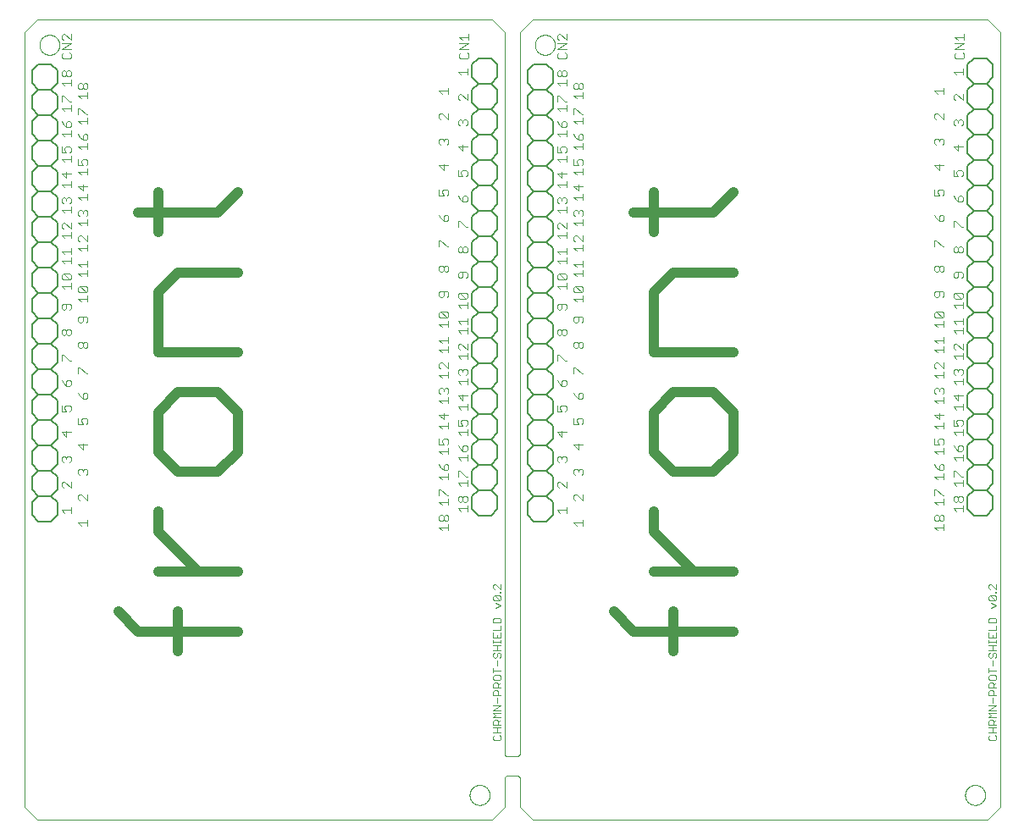
<source format=gto>
G75*
%MOIN*%
%OFA0B0*%
%FSLAX25Y25*%
%IPPOS*%
%LPD*%
%AMOC8*
5,1,8,0,0,1.08239X$1,22.5*
%
%ADD10C,0.00000*%
%ADD11C,0.00300*%
%ADD12C,0.04100*%
%ADD13C,0.00600*%
D10*
X0001202Y0006000D02*
X0006202Y0001000D01*
X0185202Y0001000D01*
X0190202Y0006000D01*
X0190202Y0017250D01*
X0190204Y0017318D01*
X0190209Y0017385D01*
X0190218Y0017452D01*
X0190231Y0017519D01*
X0190248Y0017584D01*
X0190267Y0017649D01*
X0190291Y0017713D01*
X0190318Y0017775D01*
X0190348Y0017836D01*
X0190381Y0017894D01*
X0190417Y0017951D01*
X0190457Y0018006D01*
X0190499Y0018059D01*
X0190545Y0018110D01*
X0190592Y0018157D01*
X0190643Y0018203D01*
X0190696Y0018245D01*
X0190751Y0018285D01*
X0190808Y0018321D01*
X0190866Y0018354D01*
X0190927Y0018384D01*
X0190989Y0018411D01*
X0191053Y0018435D01*
X0191118Y0018454D01*
X0191183Y0018471D01*
X0191250Y0018484D01*
X0191317Y0018493D01*
X0191384Y0018498D01*
X0191452Y0018500D01*
X0194952Y0018500D01*
X0195020Y0018498D01*
X0195087Y0018493D01*
X0195154Y0018484D01*
X0195221Y0018471D01*
X0195286Y0018454D01*
X0195351Y0018435D01*
X0195415Y0018411D01*
X0195477Y0018384D01*
X0195538Y0018354D01*
X0195596Y0018321D01*
X0195653Y0018285D01*
X0195708Y0018245D01*
X0195761Y0018203D01*
X0195812Y0018157D01*
X0195859Y0018110D01*
X0195905Y0018059D01*
X0195947Y0018006D01*
X0195987Y0017951D01*
X0196023Y0017894D01*
X0196056Y0017836D01*
X0196086Y0017775D01*
X0196113Y0017713D01*
X0196137Y0017649D01*
X0196156Y0017584D01*
X0196173Y0017519D01*
X0196186Y0017452D01*
X0196195Y0017385D01*
X0196200Y0017318D01*
X0196202Y0017250D01*
X0196202Y0006000D01*
X0201202Y0001000D01*
X0380202Y0001000D01*
X0385202Y0006000D01*
X0385202Y0311000D01*
X0380202Y0316000D01*
X0201202Y0316000D01*
X0196202Y0311000D01*
X0196202Y0027250D01*
X0196200Y0027182D01*
X0196195Y0027115D01*
X0196186Y0027048D01*
X0196173Y0026981D01*
X0196156Y0026916D01*
X0196137Y0026851D01*
X0196113Y0026787D01*
X0196086Y0026725D01*
X0196056Y0026664D01*
X0196023Y0026606D01*
X0195987Y0026549D01*
X0195947Y0026494D01*
X0195905Y0026441D01*
X0195859Y0026390D01*
X0195812Y0026343D01*
X0195761Y0026297D01*
X0195708Y0026255D01*
X0195653Y0026215D01*
X0195596Y0026179D01*
X0195538Y0026146D01*
X0195477Y0026116D01*
X0195415Y0026089D01*
X0195351Y0026065D01*
X0195286Y0026046D01*
X0195221Y0026029D01*
X0195154Y0026016D01*
X0195087Y0026007D01*
X0195020Y0026002D01*
X0194952Y0026000D01*
X0191452Y0026000D01*
X0191384Y0026002D01*
X0191317Y0026007D01*
X0191250Y0026016D01*
X0191183Y0026029D01*
X0191118Y0026046D01*
X0191053Y0026065D01*
X0190989Y0026089D01*
X0190927Y0026116D01*
X0190866Y0026146D01*
X0190808Y0026179D01*
X0190751Y0026215D01*
X0190696Y0026255D01*
X0190643Y0026297D01*
X0190592Y0026343D01*
X0190545Y0026390D01*
X0190499Y0026441D01*
X0190457Y0026494D01*
X0190417Y0026549D01*
X0190381Y0026606D01*
X0190348Y0026664D01*
X0190318Y0026725D01*
X0190291Y0026787D01*
X0190267Y0026851D01*
X0190248Y0026916D01*
X0190231Y0026981D01*
X0190218Y0027048D01*
X0190209Y0027115D01*
X0190204Y0027182D01*
X0190202Y0027250D01*
X0190202Y0311000D01*
X0185202Y0316000D01*
X0006202Y0316000D01*
X0001202Y0311000D01*
X0001202Y0006000D01*
X0176423Y0010843D02*
X0176425Y0010968D01*
X0176431Y0011093D01*
X0176441Y0011217D01*
X0176455Y0011341D01*
X0176472Y0011465D01*
X0176494Y0011588D01*
X0176520Y0011710D01*
X0176549Y0011832D01*
X0176582Y0011952D01*
X0176620Y0012071D01*
X0176660Y0012190D01*
X0176705Y0012306D01*
X0176753Y0012421D01*
X0176805Y0012535D01*
X0176861Y0012647D01*
X0176920Y0012757D01*
X0176982Y0012865D01*
X0177048Y0012972D01*
X0177117Y0013076D01*
X0177190Y0013177D01*
X0177265Y0013277D01*
X0177344Y0013374D01*
X0177426Y0013468D01*
X0177511Y0013560D01*
X0177598Y0013649D01*
X0177689Y0013735D01*
X0177782Y0013818D01*
X0177878Y0013899D01*
X0177976Y0013976D01*
X0178076Y0014050D01*
X0178179Y0014121D01*
X0178284Y0014188D01*
X0178392Y0014253D01*
X0178501Y0014313D01*
X0178612Y0014371D01*
X0178725Y0014424D01*
X0178839Y0014474D01*
X0178955Y0014521D01*
X0179072Y0014563D01*
X0179191Y0014602D01*
X0179311Y0014638D01*
X0179432Y0014669D01*
X0179554Y0014697D01*
X0179676Y0014720D01*
X0179800Y0014740D01*
X0179924Y0014756D01*
X0180048Y0014768D01*
X0180173Y0014776D01*
X0180298Y0014780D01*
X0180422Y0014780D01*
X0180547Y0014776D01*
X0180672Y0014768D01*
X0180796Y0014756D01*
X0180920Y0014740D01*
X0181044Y0014720D01*
X0181166Y0014697D01*
X0181288Y0014669D01*
X0181409Y0014638D01*
X0181529Y0014602D01*
X0181648Y0014563D01*
X0181765Y0014521D01*
X0181881Y0014474D01*
X0181995Y0014424D01*
X0182108Y0014371D01*
X0182219Y0014313D01*
X0182329Y0014253D01*
X0182436Y0014188D01*
X0182541Y0014121D01*
X0182644Y0014050D01*
X0182744Y0013976D01*
X0182842Y0013899D01*
X0182938Y0013818D01*
X0183031Y0013735D01*
X0183122Y0013649D01*
X0183209Y0013560D01*
X0183294Y0013468D01*
X0183376Y0013374D01*
X0183455Y0013277D01*
X0183530Y0013177D01*
X0183603Y0013076D01*
X0183672Y0012972D01*
X0183738Y0012865D01*
X0183800Y0012757D01*
X0183859Y0012647D01*
X0183915Y0012535D01*
X0183967Y0012421D01*
X0184015Y0012306D01*
X0184060Y0012190D01*
X0184100Y0012071D01*
X0184138Y0011952D01*
X0184171Y0011832D01*
X0184200Y0011710D01*
X0184226Y0011588D01*
X0184248Y0011465D01*
X0184265Y0011341D01*
X0184279Y0011217D01*
X0184289Y0011093D01*
X0184295Y0010968D01*
X0184297Y0010843D01*
X0184295Y0010718D01*
X0184289Y0010593D01*
X0184279Y0010469D01*
X0184265Y0010345D01*
X0184248Y0010221D01*
X0184226Y0010098D01*
X0184200Y0009976D01*
X0184171Y0009854D01*
X0184138Y0009734D01*
X0184100Y0009615D01*
X0184060Y0009496D01*
X0184015Y0009380D01*
X0183967Y0009265D01*
X0183915Y0009151D01*
X0183859Y0009039D01*
X0183800Y0008929D01*
X0183738Y0008821D01*
X0183672Y0008714D01*
X0183603Y0008610D01*
X0183530Y0008509D01*
X0183455Y0008409D01*
X0183376Y0008312D01*
X0183294Y0008218D01*
X0183209Y0008126D01*
X0183122Y0008037D01*
X0183031Y0007951D01*
X0182938Y0007868D01*
X0182842Y0007787D01*
X0182744Y0007710D01*
X0182644Y0007636D01*
X0182541Y0007565D01*
X0182436Y0007498D01*
X0182328Y0007433D01*
X0182219Y0007373D01*
X0182108Y0007315D01*
X0181995Y0007262D01*
X0181881Y0007212D01*
X0181765Y0007165D01*
X0181648Y0007123D01*
X0181529Y0007084D01*
X0181409Y0007048D01*
X0181288Y0007017D01*
X0181166Y0006989D01*
X0181044Y0006966D01*
X0180920Y0006946D01*
X0180796Y0006930D01*
X0180672Y0006918D01*
X0180547Y0006910D01*
X0180422Y0006906D01*
X0180298Y0006906D01*
X0180173Y0006910D01*
X0180048Y0006918D01*
X0179924Y0006930D01*
X0179800Y0006946D01*
X0179676Y0006966D01*
X0179554Y0006989D01*
X0179432Y0007017D01*
X0179311Y0007048D01*
X0179191Y0007084D01*
X0179072Y0007123D01*
X0178955Y0007165D01*
X0178839Y0007212D01*
X0178725Y0007262D01*
X0178612Y0007315D01*
X0178501Y0007373D01*
X0178391Y0007433D01*
X0178284Y0007498D01*
X0178179Y0007565D01*
X0178076Y0007636D01*
X0177976Y0007710D01*
X0177878Y0007787D01*
X0177782Y0007868D01*
X0177689Y0007951D01*
X0177598Y0008037D01*
X0177511Y0008126D01*
X0177426Y0008218D01*
X0177344Y0008312D01*
X0177265Y0008409D01*
X0177190Y0008509D01*
X0177117Y0008610D01*
X0177048Y0008714D01*
X0176982Y0008821D01*
X0176920Y0008929D01*
X0176861Y0009039D01*
X0176805Y0009151D01*
X0176753Y0009265D01*
X0176705Y0009380D01*
X0176660Y0009496D01*
X0176620Y0009615D01*
X0176582Y0009734D01*
X0176549Y0009854D01*
X0176520Y0009976D01*
X0176494Y0010098D01*
X0176472Y0010221D01*
X0176455Y0010345D01*
X0176441Y0010469D01*
X0176431Y0010593D01*
X0176425Y0010718D01*
X0176423Y0010843D01*
X0371423Y0010843D02*
X0371425Y0010968D01*
X0371431Y0011093D01*
X0371441Y0011217D01*
X0371455Y0011341D01*
X0371472Y0011465D01*
X0371494Y0011588D01*
X0371520Y0011710D01*
X0371549Y0011832D01*
X0371582Y0011952D01*
X0371620Y0012071D01*
X0371660Y0012190D01*
X0371705Y0012306D01*
X0371753Y0012421D01*
X0371805Y0012535D01*
X0371861Y0012647D01*
X0371920Y0012757D01*
X0371982Y0012865D01*
X0372048Y0012972D01*
X0372117Y0013076D01*
X0372190Y0013177D01*
X0372265Y0013277D01*
X0372344Y0013374D01*
X0372426Y0013468D01*
X0372511Y0013560D01*
X0372598Y0013649D01*
X0372689Y0013735D01*
X0372782Y0013818D01*
X0372878Y0013899D01*
X0372976Y0013976D01*
X0373076Y0014050D01*
X0373179Y0014121D01*
X0373284Y0014188D01*
X0373392Y0014253D01*
X0373501Y0014313D01*
X0373612Y0014371D01*
X0373725Y0014424D01*
X0373839Y0014474D01*
X0373955Y0014521D01*
X0374072Y0014563D01*
X0374191Y0014602D01*
X0374311Y0014638D01*
X0374432Y0014669D01*
X0374554Y0014697D01*
X0374676Y0014720D01*
X0374800Y0014740D01*
X0374924Y0014756D01*
X0375048Y0014768D01*
X0375173Y0014776D01*
X0375298Y0014780D01*
X0375422Y0014780D01*
X0375547Y0014776D01*
X0375672Y0014768D01*
X0375796Y0014756D01*
X0375920Y0014740D01*
X0376044Y0014720D01*
X0376166Y0014697D01*
X0376288Y0014669D01*
X0376409Y0014638D01*
X0376529Y0014602D01*
X0376648Y0014563D01*
X0376765Y0014521D01*
X0376881Y0014474D01*
X0376995Y0014424D01*
X0377108Y0014371D01*
X0377219Y0014313D01*
X0377329Y0014253D01*
X0377436Y0014188D01*
X0377541Y0014121D01*
X0377644Y0014050D01*
X0377744Y0013976D01*
X0377842Y0013899D01*
X0377938Y0013818D01*
X0378031Y0013735D01*
X0378122Y0013649D01*
X0378209Y0013560D01*
X0378294Y0013468D01*
X0378376Y0013374D01*
X0378455Y0013277D01*
X0378530Y0013177D01*
X0378603Y0013076D01*
X0378672Y0012972D01*
X0378738Y0012865D01*
X0378800Y0012757D01*
X0378859Y0012647D01*
X0378915Y0012535D01*
X0378967Y0012421D01*
X0379015Y0012306D01*
X0379060Y0012190D01*
X0379100Y0012071D01*
X0379138Y0011952D01*
X0379171Y0011832D01*
X0379200Y0011710D01*
X0379226Y0011588D01*
X0379248Y0011465D01*
X0379265Y0011341D01*
X0379279Y0011217D01*
X0379289Y0011093D01*
X0379295Y0010968D01*
X0379297Y0010843D01*
X0379295Y0010718D01*
X0379289Y0010593D01*
X0379279Y0010469D01*
X0379265Y0010345D01*
X0379248Y0010221D01*
X0379226Y0010098D01*
X0379200Y0009976D01*
X0379171Y0009854D01*
X0379138Y0009734D01*
X0379100Y0009615D01*
X0379060Y0009496D01*
X0379015Y0009380D01*
X0378967Y0009265D01*
X0378915Y0009151D01*
X0378859Y0009039D01*
X0378800Y0008929D01*
X0378738Y0008821D01*
X0378672Y0008714D01*
X0378603Y0008610D01*
X0378530Y0008509D01*
X0378455Y0008409D01*
X0378376Y0008312D01*
X0378294Y0008218D01*
X0378209Y0008126D01*
X0378122Y0008037D01*
X0378031Y0007951D01*
X0377938Y0007868D01*
X0377842Y0007787D01*
X0377744Y0007710D01*
X0377644Y0007636D01*
X0377541Y0007565D01*
X0377436Y0007498D01*
X0377328Y0007433D01*
X0377219Y0007373D01*
X0377108Y0007315D01*
X0376995Y0007262D01*
X0376881Y0007212D01*
X0376765Y0007165D01*
X0376648Y0007123D01*
X0376529Y0007084D01*
X0376409Y0007048D01*
X0376288Y0007017D01*
X0376166Y0006989D01*
X0376044Y0006966D01*
X0375920Y0006946D01*
X0375796Y0006930D01*
X0375672Y0006918D01*
X0375547Y0006910D01*
X0375422Y0006906D01*
X0375298Y0006906D01*
X0375173Y0006910D01*
X0375048Y0006918D01*
X0374924Y0006930D01*
X0374800Y0006946D01*
X0374676Y0006966D01*
X0374554Y0006989D01*
X0374432Y0007017D01*
X0374311Y0007048D01*
X0374191Y0007084D01*
X0374072Y0007123D01*
X0373955Y0007165D01*
X0373839Y0007212D01*
X0373725Y0007262D01*
X0373612Y0007315D01*
X0373501Y0007373D01*
X0373391Y0007433D01*
X0373284Y0007498D01*
X0373179Y0007565D01*
X0373076Y0007636D01*
X0372976Y0007710D01*
X0372878Y0007787D01*
X0372782Y0007868D01*
X0372689Y0007951D01*
X0372598Y0008037D01*
X0372511Y0008126D01*
X0372426Y0008218D01*
X0372344Y0008312D01*
X0372265Y0008409D01*
X0372190Y0008509D01*
X0372117Y0008610D01*
X0372048Y0008714D01*
X0371982Y0008821D01*
X0371920Y0008929D01*
X0371861Y0009039D01*
X0371805Y0009151D01*
X0371753Y0009265D01*
X0371705Y0009380D01*
X0371660Y0009496D01*
X0371620Y0009615D01*
X0371582Y0009734D01*
X0371549Y0009854D01*
X0371520Y0009976D01*
X0371494Y0010098D01*
X0371472Y0010221D01*
X0371455Y0010345D01*
X0371441Y0010469D01*
X0371431Y0010593D01*
X0371425Y0010718D01*
X0371423Y0010843D01*
X0202132Y0306118D02*
X0202134Y0306243D01*
X0202140Y0306368D01*
X0202150Y0306492D01*
X0202164Y0306616D01*
X0202181Y0306740D01*
X0202203Y0306863D01*
X0202229Y0306985D01*
X0202258Y0307107D01*
X0202291Y0307227D01*
X0202329Y0307346D01*
X0202369Y0307465D01*
X0202414Y0307581D01*
X0202462Y0307696D01*
X0202514Y0307810D01*
X0202570Y0307922D01*
X0202629Y0308032D01*
X0202691Y0308140D01*
X0202757Y0308247D01*
X0202826Y0308351D01*
X0202899Y0308452D01*
X0202974Y0308552D01*
X0203053Y0308649D01*
X0203135Y0308743D01*
X0203220Y0308835D01*
X0203307Y0308924D01*
X0203398Y0309010D01*
X0203491Y0309093D01*
X0203587Y0309174D01*
X0203685Y0309251D01*
X0203785Y0309325D01*
X0203888Y0309396D01*
X0203993Y0309463D01*
X0204101Y0309528D01*
X0204210Y0309588D01*
X0204321Y0309646D01*
X0204434Y0309699D01*
X0204548Y0309749D01*
X0204664Y0309796D01*
X0204781Y0309838D01*
X0204900Y0309877D01*
X0205020Y0309913D01*
X0205141Y0309944D01*
X0205263Y0309972D01*
X0205385Y0309995D01*
X0205509Y0310015D01*
X0205633Y0310031D01*
X0205757Y0310043D01*
X0205882Y0310051D01*
X0206007Y0310055D01*
X0206131Y0310055D01*
X0206256Y0310051D01*
X0206381Y0310043D01*
X0206505Y0310031D01*
X0206629Y0310015D01*
X0206753Y0309995D01*
X0206875Y0309972D01*
X0206997Y0309944D01*
X0207118Y0309913D01*
X0207238Y0309877D01*
X0207357Y0309838D01*
X0207474Y0309796D01*
X0207590Y0309749D01*
X0207704Y0309699D01*
X0207817Y0309646D01*
X0207928Y0309588D01*
X0208038Y0309528D01*
X0208145Y0309463D01*
X0208250Y0309396D01*
X0208353Y0309325D01*
X0208453Y0309251D01*
X0208551Y0309174D01*
X0208647Y0309093D01*
X0208740Y0309010D01*
X0208831Y0308924D01*
X0208918Y0308835D01*
X0209003Y0308743D01*
X0209085Y0308649D01*
X0209164Y0308552D01*
X0209239Y0308452D01*
X0209312Y0308351D01*
X0209381Y0308247D01*
X0209447Y0308140D01*
X0209509Y0308032D01*
X0209568Y0307922D01*
X0209624Y0307810D01*
X0209676Y0307696D01*
X0209724Y0307581D01*
X0209769Y0307465D01*
X0209809Y0307346D01*
X0209847Y0307227D01*
X0209880Y0307107D01*
X0209909Y0306985D01*
X0209935Y0306863D01*
X0209957Y0306740D01*
X0209974Y0306616D01*
X0209988Y0306492D01*
X0209998Y0306368D01*
X0210004Y0306243D01*
X0210006Y0306118D01*
X0210004Y0305993D01*
X0209998Y0305868D01*
X0209988Y0305744D01*
X0209974Y0305620D01*
X0209957Y0305496D01*
X0209935Y0305373D01*
X0209909Y0305251D01*
X0209880Y0305129D01*
X0209847Y0305009D01*
X0209809Y0304890D01*
X0209769Y0304771D01*
X0209724Y0304655D01*
X0209676Y0304540D01*
X0209624Y0304426D01*
X0209568Y0304314D01*
X0209509Y0304204D01*
X0209447Y0304096D01*
X0209381Y0303989D01*
X0209312Y0303885D01*
X0209239Y0303784D01*
X0209164Y0303684D01*
X0209085Y0303587D01*
X0209003Y0303493D01*
X0208918Y0303401D01*
X0208831Y0303312D01*
X0208740Y0303226D01*
X0208647Y0303143D01*
X0208551Y0303062D01*
X0208453Y0302985D01*
X0208353Y0302911D01*
X0208250Y0302840D01*
X0208145Y0302773D01*
X0208037Y0302708D01*
X0207928Y0302648D01*
X0207817Y0302590D01*
X0207704Y0302537D01*
X0207590Y0302487D01*
X0207474Y0302440D01*
X0207357Y0302398D01*
X0207238Y0302359D01*
X0207118Y0302323D01*
X0206997Y0302292D01*
X0206875Y0302264D01*
X0206753Y0302241D01*
X0206629Y0302221D01*
X0206505Y0302205D01*
X0206381Y0302193D01*
X0206256Y0302185D01*
X0206131Y0302181D01*
X0206007Y0302181D01*
X0205882Y0302185D01*
X0205757Y0302193D01*
X0205633Y0302205D01*
X0205509Y0302221D01*
X0205385Y0302241D01*
X0205263Y0302264D01*
X0205141Y0302292D01*
X0205020Y0302323D01*
X0204900Y0302359D01*
X0204781Y0302398D01*
X0204664Y0302440D01*
X0204548Y0302487D01*
X0204434Y0302537D01*
X0204321Y0302590D01*
X0204210Y0302648D01*
X0204100Y0302708D01*
X0203993Y0302773D01*
X0203888Y0302840D01*
X0203785Y0302911D01*
X0203685Y0302985D01*
X0203587Y0303062D01*
X0203491Y0303143D01*
X0203398Y0303226D01*
X0203307Y0303312D01*
X0203220Y0303401D01*
X0203135Y0303493D01*
X0203053Y0303587D01*
X0202974Y0303684D01*
X0202899Y0303784D01*
X0202826Y0303885D01*
X0202757Y0303989D01*
X0202691Y0304096D01*
X0202629Y0304204D01*
X0202570Y0304314D01*
X0202514Y0304426D01*
X0202462Y0304540D01*
X0202414Y0304655D01*
X0202369Y0304771D01*
X0202329Y0304890D01*
X0202291Y0305009D01*
X0202258Y0305129D01*
X0202229Y0305251D01*
X0202203Y0305373D01*
X0202181Y0305496D01*
X0202164Y0305620D01*
X0202150Y0305744D01*
X0202140Y0305868D01*
X0202134Y0305993D01*
X0202132Y0306118D01*
X0007132Y0306118D02*
X0007134Y0306243D01*
X0007140Y0306368D01*
X0007150Y0306492D01*
X0007164Y0306616D01*
X0007181Y0306740D01*
X0007203Y0306863D01*
X0007229Y0306985D01*
X0007258Y0307107D01*
X0007291Y0307227D01*
X0007329Y0307346D01*
X0007369Y0307465D01*
X0007414Y0307581D01*
X0007462Y0307696D01*
X0007514Y0307810D01*
X0007570Y0307922D01*
X0007629Y0308032D01*
X0007691Y0308140D01*
X0007757Y0308247D01*
X0007826Y0308351D01*
X0007899Y0308452D01*
X0007974Y0308552D01*
X0008053Y0308649D01*
X0008135Y0308743D01*
X0008220Y0308835D01*
X0008307Y0308924D01*
X0008398Y0309010D01*
X0008491Y0309093D01*
X0008587Y0309174D01*
X0008685Y0309251D01*
X0008785Y0309325D01*
X0008888Y0309396D01*
X0008993Y0309463D01*
X0009101Y0309528D01*
X0009210Y0309588D01*
X0009321Y0309646D01*
X0009434Y0309699D01*
X0009548Y0309749D01*
X0009664Y0309796D01*
X0009781Y0309838D01*
X0009900Y0309877D01*
X0010020Y0309913D01*
X0010141Y0309944D01*
X0010263Y0309972D01*
X0010385Y0309995D01*
X0010509Y0310015D01*
X0010633Y0310031D01*
X0010757Y0310043D01*
X0010882Y0310051D01*
X0011007Y0310055D01*
X0011131Y0310055D01*
X0011256Y0310051D01*
X0011381Y0310043D01*
X0011505Y0310031D01*
X0011629Y0310015D01*
X0011753Y0309995D01*
X0011875Y0309972D01*
X0011997Y0309944D01*
X0012118Y0309913D01*
X0012238Y0309877D01*
X0012357Y0309838D01*
X0012474Y0309796D01*
X0012590Y0309749D01*
X0012704Y0309699D01*
X0012817Y0309646D01*
X0012928Y0309588D01*
X0013038Y0309528D01*
X0013145Y0309463D01*
X0013250Y0309396D01*
X0013353Y0309325D01*
X0013453Y0309251D01*
X0013551Y0309174D01*
X0013647Y0309093D01*
X0013740Y0309010D01*
X0013831Y0308924D01*
X0013918Y0308835D01*
X0014003Y0308743D01*
X0014085Y0308649D01*
X0014164Y0308552D01*
X0014239Y0308452D01*
X0014312Y0308351D01*
X0014381Y0308247D01*
X0014447Y0308140D01*
X0014509Y0308032D01*
X0014568Y0307922D01*
X0014624Y0307810D01*
X0014676Y0307696D01*
X0014724Y0307581D01*
X0014769Y0307465D01*
X0014809Y0307346D01*
X0014847Y0307227D01*
X0014880Y0307107D01*
X0014909Y0306985D01*
X0014935Y0306863D01*
X0014957Y0306740D01*
X0014974Y0306616D01*
X0014988Y0306492D01*
X0014998Y0306368D01*
X0015004Y0306243D01*
X0015006Y0306118D01*
X0015004Y0305993D01*
X0014998Y0305868D01*
X0014988Y0305744D01*
X0014974Y0305620D01*
X0014957Y0305496D01*
X0014935Y0305373D01*
X0014909Y0305251D01*
X0014880Y0305129D01*
X0014847Y0305009D01*
X0014809Y0304890D01*
X0014769Y0304771D01*
X0014724Y0304655D01*
X0014676Y0304540D01*
X0014624Y0304426D01*
X0014568Y0304314D01*
X0014509Y0304204D01*
X0014447Y0304096D01*
X0014381Y0303989D01*
X0014312Y0303885D01*
X0014239Y0303784D01*
X0014164Y0303684D01*
X0014085Y0303587D01*
X0014003Y0303493D01*
X0013918Y0303401D01*
X0013831Y0303312D01*
X0013740Y0303226D01*
X0013647Y0303143D01*
X0013551Y0303062D01*
X0013453Y0302985D01*
X0013353Y0302911D01*
X0013250Y0302840D01*
X0013145Y0302773D01*
X0013037Y0302708D01*
X0012928Y0302648D01*
X0012817Y0302590D01*
X0012704Y0302537D01*
X0012590Y0302487D01*
X0012474Y0302440D01*
X0012357Y0302398D01*
X0012238Y0302359D01*
X0012118Y0302323D01*
X0011997Y0302292D01*
X0011875Y0302264D01*
X0011753Y0302241D01*
X0011629Y0302221D01*
X0011505Y0302205D01*
X0011381Y0302193D01*
X0011256Y0302185D01*
X0011131Y0302181D01*
X0011007Y0302181D01*
X0010882Y0302185D01*
X0010757Y0302193D01*
X0010633Y0302205D01*
X0010509Y0302221D01*
X0010385Y0302241D01*
X0010263Y0302264D01*
X0010141Y0302292D01*
X0010020Y0302323D01*
X0009900Y0302359D01*
X0009781Y0302398D01*
X0009664Y0302440D01*
X0009548Y0302487D01*
X0009434Y0302537D01*
X0009321Y0302590D01*
X0009210Y0302648D01*
X0009100Y0302708D01*
X0008993Y0302773D01*
X0008888Y0302840D01*
X0008785Y0302911D01*
X0008685Y0302985D01*
X0008587Y0303062D01*
X0008491Y0303143D01*
X0008398Y0303226D01*
X0008307Y0303312D01*
X0008220Y0303401D01*
X0008135Y0303493D01*
X0008053Y0303587D01*
X0007974Y0303684D01*
X0007899Y0303784D01*
X0007826Y0303885D01*
X0007757Y0303989D01*
X0007691Y0304096D01*
X0007629Y0304204D01*
X0007570Y0304314D01*
X0007514Y0304426D01*
X0007462Y0304540D01*
X0007414Y0304655D01*
X0007369Y0304771D01*
X0007329Y0304890D01*
X0007291Y0305009D01*
X0007258Y0305129D01*
X0007229Y0305251D01*
X0007203Y0305373D01*
X0007181Y0305496D01*
X0007164Y0305620D01*
X0007150Y0305744D01*
X0007140Y0305868D01*
X0007134Y0305993D01*
X0007132Y0306118D01*
D11*
X0015849Y0306777D02*
X0019552Y0306777D01*
X0015849Y0304308D01*
X0019552Y0304308D01*
X0018935Y0303094D02*
X0019552Y0302477D01*
X0019552Y0301242D01*
X0018935Y0300625D01*
X0016466Y0300625D01*
X0015849Y0301242D01*
X0015849Y0302477D01*
X0016466Y0303094D01*
X0016466Y0307992D02*
X0015849Y0308609D01*
X0015849Y0309843D01*
X0016466Y0310460D01*
X0017084Y0310460D01*
X0019552Y0307992D01*
X0019552Y0310460D01*
X0018935Y0296119D02*
X0019552Y0295502D01*
X0019552Y0294267D01*
X0018935Y0293650D01*
X0018318Y0293650D01*
X0017701Y0294267D01*
X0017701Y0295502D01*
X0018318Y0296119D01*
X0018935Y0296119D01*
X0017701Y0295502D02*
X0017084Y0296119D01*
X0016466Y0296119D01*
X0015849Y0295502D01*
X0015849Y0294267D01*
X0016466Y0293650D01*
X0017084Y0293650D01*
X0017701Y0294267D01*
X0019552Y0292436D02*
X0019552Y0289967D01*
X0019552Y0291201D02*
X0015849Y0291201D01*
X0017084Y0289967D01*
X0016466Y0286119D02*
X0018935Y0283650D01*
X0019552Y0283650D01*
X0019552Y0282436D02*
X0019552Y0279967D01*
X0019552Y0281201D02*
X0015849Y0281201D01*
X0017084Y0279967D01*
X0015849Y0283650D02*
X0015849Y0286119D01*
X0016466Y0286119D01*
X0022349Y0286201D02*
X0026052Y0286201D01*
X0026052Y0284967D02*
X0026052Y0287436D01*
X0025435Y0288650D02*
X0024818Y0288650D01*
X0024201Y0289267D01*
X0024201Y0290502D01*
X0024818Y0291119D01*
X0025435Y0291119D01*
X0026052Y0290502D01*
X0026052Y0289267D01*
X0025435Y0288650D01*
X0024201Y0289267D02*
X0023584Y0288650D01*
X0022966Y0288650D01*
X0022349Y0289267D01*
X0022349Y0290502D01*
X0022966Y0291119D01*
X0023584Y0291119D01*
X0024201Y0290502D01*
X0022349Y0286201D02*
X0023584Y0284967D01*
X0022966Y0281119D02*
X0025435Y0278650D01*
X0026052Y0278650D01*
X0026052Y0277436D02*
X0026052Y0274967D01*
X0026052Y0276201D02*
X0022349Y0276201D01*
X0023584Y0274967D01*
X0022349Y0278650D02*
X0022349Y0281119D01*
X0022966Y0281119D01*
X0018935Y0276119D02*
X0018318Y0276119D01*
X0017701Y0275502D01*
X0017701Y0273650D01*
X0018935Y0273650D01*
X0019552Y0274267D01*
X0019552Y0275502D01*
X0018935Y0276119D01*
X0016466Y0274884D02*
X0015849Y0276119D01*
X0016466Y0274884D02*
X0017701Y0273650D01*
X0019552Y0272436D02*
X0019552Y0269967D01*
X0019552Y0271201D02*
X0015849Y0271201D01*
X0017084Y0269967D01*
X0022349Y0271119D02*
X0022966Y0269884D01*
X0024201Y0268650D01*
X0024201Y0270502D01*
X0024818Y0271119D01*
X0025435Y0271119D01*
X0026052Y0270502D01*
X0026052Y0269267D01*
X0025435Y0268650D01*
X0024201Y0268650D01*
X0026052Y0267436D02*
X0026052Y0264967D01*
X0026052Y0266201D02*
X0022349Y0266201D01*
X0023584Y0264967D01*
X0024201Y0261119D02*
X0025435Y0261119D01*
X0026052Y0260502D01*
X0026052Y0259267D01*
X0025435Y0258650D01*
X0024201Y0258650D02*
X0023584Y0259884D01*
X0023584Y0260502D01*
X0024201Y0261119D01*
X0022349Y0261119D02*
X0022349Y0258650D01*
X0024201Y0258650D01*
X0026052Y0257436D02*
X0026052Y0254967D01*
X0026052Y0256201D02*
X0022349Y0256201D01*
X0023584Y0254967D01*
X0024201Y0251119D02*
X0024201Y0248650D01*
X0022349Y0250502D01*
X0026052Y0250502D01*
X0026052Y0247436D02*
X0026052Y0244967D01*
X0026052Y0246201D02*
X0022349Y0246201D01*
X0023584Y0244967D01*
X0023584Y0241119D02*
X0022966Y0241119D01*
X0022349Y0240502D01*
X0022349Y0239267D01*
X0022966Y0238650D01*
X0024201Y0239884D02*
X0024201Y0240502D01*
X0024818Y0241119D01*
X0025435Y0241119D01*
X0026052Y0240502D01*
X0026052Y0239267D01*
X0025435Y0238650D01*
X0026052Y0237436D02*
X0026052Y0234967D01*
X0026052Y0236201D02*
X0022349Y0236201D01*
X0023584Y0234967D01*
X0019552Y0236119D02*
X0019552Y0233650D01*
X0017084Y0236119D01*
X0016466Y0236119D01*
X0015849Y0235502D01*
X0015849Y0234267D01*
X0016466Y0233650D01*
X0015849Y0231201D02*
X0019552Y0231201D01*
X0019552Y0229967D02*
X0019552Y0232436D01*
X0022349Y0230502D02*
X0022349Y0229267D01*
X0022966Y0228650D01*
X0022349Y0230502D02*
X0022966Y0231119D01*
X0023584Y0231119D01*
X0026052Y0228650D01*
X0026052Y0231119D01*
X0026052Y0227436D02*
X0026052Y0224967D01*
X0026052Y0226201D02*
X0022349Y0226201D01*
X0023584Y0224967D01*
X0019552Y0224884D02*
X0015849Y0224884D01*
X0017084Y0223650D01*
X0019552Y0223650D02*
X0019552Y0226119D01*
X0019552Y0222436D02*
X0019552Y0219967D01*
X0019552Y0221201D02*
X0015849Y0221201D01*
X0017084Y0219967D01*
X0016466Y0216119D02*
X0018935Y0213650D01*
X0019552Y0214267D01*
X0019552Y0215502D01*
X0018935Y0216119D01*
X0016466Y0216119D01*
X0015849Y0215502D01*
X0015849Y0214267D01*
X0016466Y0213650D01*
X0018935Y0213650D01*
X0019552Y0212436D02*
X0019552Y0209967D01*
X0019552Y0211201D02*
X0015849Y0211201D01*
X0017084Y0209967D01*
X0022349Y0210502D02*
X0022966Y0211119D01*
X0025435Y0208650D01*
X0026052Y0209267D01*
X0026052Y0210502D01*
X0025435Y0211119D01*
X0022966Y0211119D01*
X0022349Y0210502D02*
X0022349Y0209267D01*
X0022966Y0208650D01*
X0025435Y0208650D01*
X0026052Y0207436D02*
X0026052Y0204967D01*
X0026052Y0206201D02*
X0022349Y0206201D01*
X0023584Y0204967D01*
X0019552Y0203660D02*
X0019552Y0202426D01*
X0018935Y0201808D01*
X0017701Y0202426D02*
X0017701Y0204277D01*
X0018935Y0204277D02*
X0016466Y0204277D01*
X0015849Y0203660D01*
X0015849Y0202426D01*
X0016466Y0201808D01*
X0017084Y0201808D01*
X0017701Y0202426D01*
X0019552Y0203660D02*
X0018935Y0204277D01*
X0022966Y0199277D02*
X0022349Y0198660D01*
X0022349Y0197426D01*
X0022966Y0196808D01*
X0023584Y0196808D01*
X0024201Y0197426D01*
X0024201Y0199277D01*
X0025435Y0199277D02*
X0022966Y0199277D01*
X0025435Y0199277D02*
X0026052Y0198660D01*
X0026052Y0197426D01*
X0025435Y0196808D01*
X0019552Y0193660D02*
X0019552Y0192426D01*
X0018935Y0191808D01*
X0018318Y0191808D01*
X0017701Y0192426D01*
X0017701Y0193660D01*
X0018318Y0194277D01*
X0018935Y0194277D01*
X0019552Y0193660D01*
X0017701Y0193660D02*
X0017084Y0194277D01*
X0016466Y0194277D01*
X0015849Y0193660D01*
X0015849Y0192426D01*
X0016466Y0191808D01*
X0017084Y0191808D01*
X0017701Y0192426D01*
X0022349Y0188660D02*
X0022966Y0189277D01*
X0023584Y0189277D01*
X0024201Y0188660D01*
X0024201Y0187426D01*
X0023584Y0186808D01*
X0022966Y0186808D01*
X0022349Y0187426D01*
X0022349Y0188660D01*
X0024201Y0188660D02*
X0024818Y0189277D01*
X0025435Y0189277D01*
X0026052Y0188660D01*
X0026052Y0187426D01*
X0025435Y0186808D01*
X0024818Y0186808D01*
X0024201Y0187426D01*
X0019552Y0181808D02*
X0018935Y0181808D01*
X0016466Y0184277D01*
X0015849Y0184277D01*
X0015849Y0181808D01*
X0022349Y0179277D02*
X0022966Y0179277D01*
X0025435Y0176808D01*
X0026052Y0176808D01*
X0022349Y0176808D02*
X0022349Y0179277D01*
X0018935Y0174277D02*
X0018318Y0174277D01*
X0017701Y0173660D01*
X0017701Y0171808D01*
X0018935Y0171808D01*
X0019552Y0172426D01*
X0019552Y0173660D01*
X0018935Y0174277D01*
X0016466Y0173043D02*
X0017701Y0171808D01*
X0016466Y0173043D02*
X0015849Y0174277D01*
X0022349Y0169277D02*
X0022966Y0168043D01*
X0024201Y0166808D01*
X0024201Y0168660D01*
X0024818Y0169277D01*
X0025435Y0169277D01*
X0026052Y0168660D01*
X0026052Y0167426D01*
X0025435Y0166808D01*
X0024201Y0166808D01*
X0019552Y0163660D02*
X0019552Y0162426D01*
X0018935Y0161808D01*
X0017701Y0161808D02*
X0017084Y0163043D01*
X0017084Y0163660D01*
X0017701Y0164277D01*
X0018935Y0164277D01*
X0019552Y0163660D01*
X0017701Y0161808D02*
X0015849Y0161808D01*
X0015849Y0164277D01*
X0022349Y0159277D02*
X0022349Y0156808D01*
X0024201Y0156808D01*
X0023584Y0158043D01*
X0023584Y0158660D01*
X0024201Y0159277D01*
X0025435Y0159277D01*
X0026052Y0158660D01*
X0026052Y0157426D01*
X0025435Y0156808D01*
X0019552Y0153660D02*
X0015849Y0153660D01*
X0017701Y0151808D01*
X0017701Y0154277D01*
X0022349Y0148660D02*
X0024201Y0146808D01*
X0024201Y0149277D01*
X0026052Y0148660D02*
X0022349Y0148660D01*
X0018935Y0144277D02*
X0019552Y0143660D01*
X0019552Y0142426D01*
X0018935Y0141808D01*
X0017701Y0143043D02*
X0017701Y0143660D01*
X0018318Y0144277D01*
X0018935Y0144277D01*
X0017701Y0143660D02*
X0017084Y0144277D01*
X0016466Y0144277D01*
X0015849Y0143660D01*
X0015849Y0142426D01*
X0016466Y0141808D01*
X0022349Y0138660D02*
X0022966Y0139277D01*
X0023584Y0139277D01*
X0024201Y0138660D01*
X0024818Y0139277D01*
X0025435Y0139277D01*
X0026052Y0138660D01*
X0026052Y0137426D01*
X0025435Y0136808D01*
X0024201Y0138043D02*
X0024201Y0138660D01*
X0022349Y0138660D02*
X0022349Y0137426D01*
X0022966Y0136808D01*
X0019552Y0134277D02*
X0019552Y0131808D01*
X0017084Y0134277D01*
X0016466Y0134277D01*
X0015849Y0133660D01*
X0015849Y0132426D01*
X0016466Y0131808D01*
X0022349Y0128660D02*
X0022349Y0127426D01*
X0022966Y0126808D01*
X0022349Y0128660D02*
X0022966Y0129277D01*
X0023584Y0129277D01*
X0026052Y0126808D01*
X0026052Y0129277D01*
X0019552Y0124277D02*
X0019552Y0121808D01*
X0019552Y0123043D02*
X0015849Y0123043D01*
X0017084Y0121808D01*
X0022349Y0118043D02*
X0026052Y0118043D01*
X0026052Y0119277D02*
X0026052Y0116808D01*
X0023584Y0116808D02*
X0022349Y0118043D01*
X0023584Y0214967D02*
X0022349Y0216201D01*
X0026052Y0216201D01*
X0026052Y0214967D02*
X0026052Y0217436D01*
X0026052Y0218650D02*
X0026052Y0221119D01*
X0026052Y0219884D02*
X0022349Y0219884D01*
X0023584Y0218650D01*
X0017084Y0229967D02*
X0015849Y0231201D01*
X0017084Y0239967D02*
X0015849Y0241201D01*
X0019552Y0241201D01*
X0019552Y0239967D02*
X0019552Y0242436D01*
X0018935Y0243650D02*
X0019552Y0244267D01*
X0019552Y0245502D01*
X0018935Y0246119D01*
X0018318Y0246119D01*
X0017701Y0245502D01*
X0017701Y0244884D01*
X0017701Y0245502D02*
X0017084Y0246119D01*
X0016466Y0246119D01*
X0015849Y0245502D01*
X0015849Y0244267D01*
X0016466Y0243650D01*
X0017084Y0249967D02*
X0015849Y0251201D01*
X0019552Y0251201D01*
X0019552Y0249967D02*
X0019552Y0252436D01*
X0017701Y0253650D02*
X0017701Y0256119D01*
X0019552Y0255502D02*
X0015849Y0255502D01*
X0017701Y0253650D01*
X0017084Y0259967D02*
X0015849Y0261201D01*
X0019552Y0261201D01*
X0019552Y0259967D02*
X0019552Y0262436D01*
X0018935Y0263650D02*
X0019552Y0264267D01*
X0019552Y0265502D01*
X0018935Y0266119D01*
X0017701Y0266119D01*
X0017084Y0265502D01*
X0017084Y0264884D01*
X0017701Y0263650D01*
X0015849Y0263650D01*
X0015849Y0266119D01*
X0023584Y0241119D02*
X0024201Y0240502D01*
X0164349Y0239277D02*
X0164966Y0238043D01*
X0166201Y0236808D01*
X0166201Y0238660D01*
X0166818Y0239277D01*
X0167435Y0239277D01*
X0168052Y0238660D01*
X0168052Y0237426D01*
X0167435Y0236808D01*
X0166201Y0236808D01*
X0171849Y0236777D02*
X0171849Y0234308D01*
X0171849Y0236777D02*
X0172466Y0236777D01*
X0174935Y0234308D01*
X0175552Y0234308D01*
X0174935Y0226777D02*
X0175552Y0226160D01*
X0175552Y0224926D01*
X0174935Y0224308D01*
X0174318Y0224308D01*
X0173701Y0224926D01*
X0173701Y0226160D01*
X0174318Y0226777D01*
X0174935Y0226777D01*
X0173701Y0226160D02*
X0173084Y0226777D01*
X0172466Y0226777D01*
X0171849Y0226160D01*
X0171849Y0224926D01*
X0172466Y0224308D01*
X0173084Y0224308D01*
X0173701Y0224926D01*
X0168052Y0226808D02*
X0167435Y0226808D01*
X0164966Y0229277D01*
X0164349Y0229277D01*
X0164349Y0226808D01*
X0164966Y0219277D02*
X0165584Y0219277D01*
X0166201Y0218660D01*
X0166201Y0217426D01*
X0165584Y0216808D01*
X0164966Y0216808D01*
X0164349Y0217426D01*
X0164349Y0218660D01*
X0164966Y0219277D01*
X0166201Y0218660D02*
X0166818Y0219277D01*
X0167435Y0219277D01*
X0168052Y0218660D01*
X0168052Y0217426D01*
X0167435Y0216808D01*
X0166818Y0216808D01*
X0166201Y0217426D01*
X0171849Y0216160D02*
X0171849Y0214926D01*
X0172466Y0214308D01*
X0173084Y0214308D01*
X0173701Y0214926D01*
X0173701Y0216777D01*
X0174935Y0216777D02*
X0172466Y0216777D01*
X0171849Y0216160D01*
X0174935Y0216777D02*
X0175552Y0216160D01*
X0175552Y0214926D01*
X0174935Y0214308D01*
X0174935Y0208619D02*
X0172466Y0208619D01*
X0174935Y0206150D01*
X0175552Y0206767D01*
X0175552Y0208002D01*
X0174935Y0208619D01*
X0172466Y0208619D02*
X0171849Y0208002D01*
X0171849Y0206767D01*
X0172466Y0206150D01*
X0174935Y0206150D01*
X0175552Y0204936D02*
X0175552Y0202467D01*
X0175552Y0203701D02*
X0171849Y0203701D01*
X0173084Y0202467D01*
X0175552Y0198619D02*
X0175552Y0196150D01*
X0175552Y0194936D02*
X0175552Y0192467D01*
X0175552Y0193701D02*
X0171849Y0193701D01*
X0173084Y0192467D01*
X0173084Y0196150D02*
X0171849Y0197384D01*
X0175552Y0197384D01*
X0168052Y0197436D02*
X0168052Y0194967D01*
X0168052Y0196201D02*
X0164349Y0196201D01*
X0165584Y0194967D01*
X0164966Y0198650D02*
X0164349Y0199267D01*
X0164349Y0200502D01*
X0164966Y0201119D01*
X0167435Y0198650D01*
X0168052Y0199267D01*
X0168052Y0200502D01*
X0167435Y0201119D01*
X0164966Y0201119D01*
X0164966Y0198650D02*
X0167435Y0198650D01*
X0168052Y0191119D02*
X0168052Y0188650D01*
X0168052Y0187436D02*
X0168052Y0184967D01*
X0168052Y0186201D02*
X0164349Y0186201D01*
X0165584Y0184967D01*
X0165584Y0188650D02*
X0164349Y0189884D01*
X0168052Y0189884D01*
X0171849Y0188002D02*
X0171849Y0186767D01*
X0172466Y0186150D01*
X0171849Y0188002D02*
X0172466Y0188619D01*
X0173084Y0188619D01*
X0175552Y0186150D01*
X0175552Y0188619D01*
X0175552Y0184936D02*
X0175552Y0182467D01*
X0175552Y0183701D02*
X0171849Y0183701D01*
X0173084Y0182467D01*
X0173084Y0178619D02*
X0173701Y0178002D01*
X0174318Y0178619D01*
X0174935Y0178619D01*
X0175552Y0178002D01*
X0175552Y0176767D01*
X0174935Y0176150D01*
X0175552Y0174936D02*
X0175552Y0172467D01*
X0175552Y0173701D02*
X0171849Y0173701D01*
X0173084Y0172467D01*
X0172466Y0176150D02*
X0171849Y0176767D01*
X0171849Y0178002D01*
X0172466Y0178619D01*
X0173084Y0178619D01*
X0173701Y0178002D02*
X0173701Y0177384D01*
X0168052Y0177436D02*
X0168052Y0174967D01*
X0168052Y0176201D02*
X0164349Y0176201D01*
X0165584Y0174967D01*
X0164966Y0178650D02*
X0164349Y0179267D01*
X0164349Y0180502D01*
X0164966Y0181119D01*
X0165584Y0181119D01*
X0168052Y0178650D01*
X0168052Y0181119D01*
X0167435Y0171119D02*
X0168052Y0170502D01*
X0168052Y0169267D01*
X0167435Y0168650D01*
X0168052Y0167436D02*
X0168052Y0164967D01*
X0168052Y0166201D02*
X0164349Y0166201D01*
X0165584Y0164967D01*
X0164966Y0168650D02*
X0164349Y0169267D01*
X0164349Y0170502D01*
X0164966Y0171119D01*
X0165584Y0171119D01*
X0166201Y0170502D01*
X0166818Y0171119D01*
X0167435Y0171119D01*
X0166201Y0170502D02*
X0166201Y0169884D01*
X0171849Y0168002D02*
X0173701Y0166150D01*
X0173701Y0168619D01*
X0175552Y0168002D02*
X0171849Y0168002D01*
X0171849Y0163701D02*
X0175552Y0163701D01*
X0175552Y0162467D02*
X0175552Y0164936D01*
X0173084Y0162467D02*
X0171849Y0163701D01*
X0168052Y0160502D02*
X0164349Y0160502D01*
X0166201Y0158650D01*
X0166201Y0161119D01*
X0168052Y0157436D02*
X0168052Y0154967D01*
X0168052Y0156201D02*
X0164349Y0156201D01*
X0165584Y0154967D01*
X0166201Y0151119D02*
X0165584Y0150502D01*
X0165584Y0149884D01*
X0166201Y0148650D01*
X0164349Y0148650D01*
X0164349Y0151119D01*
X0166201Y0151119D02*
X0167435Y0151119D01*
X0168052Y0150502D01*
X0168052Y0149267D01*
X0167435Y0148650D01*
X0168052Y0147436D02*
X0168052Y0144967D01*
X0168052Y0146201D02*
X0164349Y0146201D01*
X0165584Y0144967D01*
X0166818Y0141119D02*
X0166201Y0140502D01*
X0166201Y0138650D01*
X0167435Y0138650D01*
X0168052Y0139267D01*
X0168052Y0140502D01*
X0167435Y0141119D01*
X0166818Y0141119D01*
X0164966Y0139884D02*
X0166201Y0138650D01*
X0164966Y0139884D02*
X0164349Y0141119D01*
X0168052Y0137436D02*
X0168052Y0134967D01*
X0168052Y0136201D02*
X0164349Y0136201D01*
X0165584Y0134967D01*
X0164966Y0131119D02*
X0167435Y0128650D01*
X0168052Y0128650D01*
X0168052Y0127436D02*
X0168052Y0124967D01*
X0168052Y0126201D02*
X0164349Y0126201D01*
X0165584Y0124967D01*
X0165584Y0121119D02*
X0166201Y0120502D01*
X0166201Y0119267D01*
X0165584Y0118650D01*
X0164966Y0118650D01*
X0164349Y0119267D01*
X0164349Y0120502D01*
X0164966Y0121119D01*
X0165584Y0121119D01*
X0166201Y0120502D02*
X0166818Y0121119D01*
X0167435Y0121119D01*
X0168052Y0120502D01*
X0168052Y0119267D01*
X0167435Y0118650D01*
X0166818Y0118650D01*
X0166201Y0119267D01*
X0168052Y0117436D02*
X0168052Y0114967D01*
X0168052Y0116201D02*
X0164349Y0116201D01*
X0165584Y0114967D01*
X0173084Y0122467D02*
X0171849Y0123701D01*
X0175552Y0123701D01*
X0175552Y0122467D02*
X0175552Y0124936D01*
X0174935Y0126150D02*
X0174318Y0126150D01*
X0173701Y0126767D01*
X0173701Y0128002D01*
X0174318Y0128619D01*
X0174935Y0128619D01*
X0175552Y0128002D01*
X0175552Y0126767D01*
X0174935Y0126150D01*
X0173701Y0126767D02*
X0173084Y0126150D01*
X0172466Y0126150D01*
X0171849Y0126767D01*
X0171849Y0128002D01*
X0172466Y0128619D01*
X0173084Y0128619D01*
X0173701Y0128002D01*
X0173084Y0132467D02*
X0171849Y0133701D01*
X0175552Y0133701D01*
X0175552Y0132467D02*
X0175552Y0134936D01*
X0175552Y0136150D02*
X0174935Y0136150D01*
X0172466Y0138619D01*
X0171849Y0138619D01*
X0171849Y0136150D01*
X0173084Y0142467D02*
X0171849Y0143701D01*
X0175552Y0143701D01*
X0175552Y0142467D02*
X0175552Y0144936D01*
X0174935Y0146150D02*
X0173701Y0146150D01*
X0173701Y0148002D01*
X0174318Y0148619D01*
X0174935Y0148619D01*
X0175552Y0148002D01*
X0175552Y0146767D01*
X0174935Y0146150D01*
X0173701Y0146150D02*
X0172466Y0147384D01*
X0171849Y0148619D01*
X0173084Y0152467D02*
X0171849Y0153701D01*
X0175552Y0153701D01*
X0175552Y0152467D02*
X0175552Y0154936D01*
X0174935Y0156150D02*
X0175552Y0156767D01*
X0175552Y0158002D01*
X0174935Y0158619D01*
X0173701Y0158619D01*
X0173084Y0158002D01*
X0173084Y0157384D01*
X0173701Y0156150D01*
X0171849Y0156150D01*
X0171849Y0158619D01*
X0164966Y0131119D02*
X0164349Y0131119D01*
X0164349Y0128650D01*
X0186234Y0093822D02*
X0185750Y0093339D01*
X0185750Y0092371D01*
X0186234Y0091887D01*
X0186234Y0093822D02*
X0186717Y0093822D01*
X0188652Y0091887D01*
X0188652Y0093822D01*
X0188652Y0090898D02*
X0188652Y0090414D01*
X0188169Y0090414D01*
X0188169Y0090898D01*
X0188652Y0090898D01*
X0188169Y0089403D02*
X0188652Y0088919D01*
X0188652Y0087951D01*
X0188169Y0087468D01*
X0186234Y0089403D01*
X0188169Y0089403D01*
X0188169Y0087468D02*
X0186234Y0087468D01*
X0185750Y0087951D01*
X0185750Y0088919D01*
X0186234Y0089403D01*
X0186717Y0086456D02*
X0188652Y0085489D01*
X0186717Y0084521D01*
X0186234Y0080563D02*
X0185750Y0080079D01*
X0185750Y0078628D01*
X0188652Y0078628D01*
X0188652Y0080079D01*
X0188169Y0080563D01*
X0186234Y0080563D01*
X0188652Y0077617D02*
X0188652Y0075682D01*
X0185750Y0075682D01*
X0185750Y0074670D02*
X0185750Y0072735D01*
X0188652Y0072735D01*
X0188652Y0074670D01*
X0187201Y0073703D02*
X0187201Y0072735D01*
X0185750Y0071738D02*
X0185750Y0070771D01*
X0185750Y0071254D02*
X0188652Y0071254D01*
X0188652Y0070771D02*
X0188652Y0071738D01*
X0188652Y0069759D02*
X0185750Y0069759D01*
X0187201Y0069759D02*
X0187201Y0067824D01*
X0187685Y0066813D02*
X0188169Y0066813D01*
X0188652Y0066329D01*
X0188652Y0065361D01*
X0188169Y0064878D01*
X0187201Y0065361D02*
X0187201Y0066329D01*
X0187685Y0066813D01*
X0188652Y0067824D02*
X0185750Y0067824D01*
X0186234Y0066813D02*
X0185750Y0066329D01*
X0185750Y0065361D01*
X0186234Y0064878D01*
X0186717Y0064878D01*
X0187201Y0065361D01*
X0187201Y0063866D02*
X0187201Y0061931D01*
X0185750Y0060920D02*
X0185750Y0058985D01*
X0185750Y0059952D02*
X0188652Y0059952D01*
X0188169Y0057973D02*
X0186234Y0057973D01*
X0185750Y0057489D01*
X0185750Y0056522D01*
X0186234Y0056038D01*
X0188169Y0056038D01*
X0188652Y0056522D01*
X0188652Y0057489D01*
X0188169Y0057973D01*
X0188652Y0055027D02*
X0187685Y0054059D01*
X0187685Y0054543D02*
X0187685Y0053092D01*
X0188652Y0053092D02*
X0185750Y0053092D01*
X0185750Y0054543D01*
X0186234Y0055027D01*
X0187201Y0055027D01*
X0187685Y0054543D01*
X0187201Y0052080D02*
X0187685Y0051596D01*
X0187685Y0050145D01*
X0188652Y0050145D02*
X0185750Y0050145D01*
X0185750Y0051596D01*
X0186234Y0052080D01*
X0187201Y0052080D01*
X0187201Y0049134D02*
X0187201Y0047199D01*
X0188652Y0046187D02*
X0185750Y0046187D01*
X0185750Y0044252D02*
X0188652Y0046187D01*
X0188652Y0044252D02*
X0185750Y0044252D01*
X0185750Y0043241D02*
X0188652Y0043241D01*
X0188652Y0041306D02*
X0185750Y0041306D01*
X0186717Y0042273D01*
X0185750Y0043241D01*
X0186234Y0040294D02*
X0187201Y0040294D01*
X0187685Y0039810D01*
X0187685Y0038359D01*
X0188652Y0038359D02*
X0185750Y0038359D01*
X0185750Y0039810D01*
X0186234Y0040294D01*
X0187685Y0039327D02*
X0188652Y0040294D01*
X0188652Y0037348D02*
X0185750Y0037348D01*
X0187201Y0037348D02*
X0187201Y0035413D01*
X0186234Y0034401D02*
X0185750Y0033917D01*
X0185750Y0032950D01*
X0186234Y0032466D01*
X0188169Y0032466D01*
X0188652Y0032950D01*
X0188652Y0033917D01*
X0188169Y0034401D01*
X0188652Y0035413D02*
X0185750Y0035413D01*
X0218584Y0116808D02*
X0217349Y0118043D01*
X0221052Y0118043D01*
X0221052Y0119277D02*
X0221052Y0116808D01*
X0214552Y0121808D02*
X0214552Y0124277D01*
X0214552Y0123043D02*
X0210849Y0123043D01*
X0212084Y0121808D01*
X0217349Y0127426D02*
X0217966Y0126808D01*
X0217349Y0127426D02*
X0217349Y0128660D01*
X0217966Y0129277D01*
X0218584Y0129277D01*
X0221052Y0126808D01*
X0221052Y0129277D01*
X0214552Y0131808D02*
X0214552Y0134277D01*
X0212084Y0134277D02*
X0214552Y0131808D01*
X0211466Y0131808D02*
X0210849Y0132426D01*
X0210849Y0133660D01*
X0211466Y0134277D01*
X0212084Y0134277D01*
X0217349Y0137426D02*
X0217349Y0138660D01*
X0217966Y0139277D01*
X0218584Y0139277D01*
X0219201Y0138660D01*
X0219818Y0139277D01*
X0220435Y0139277D01*
X0221052Y0138660D01*
X0221052Y0137426D01*
X0220435Y0136808D01*
X0219201Y0138043D02*
X0219201Y0138660D01*
X0217349Y0137426D02*
X0217966Y0136808D01*
X0213935Y0141808D02*
X0214552Y0142426D01*
X0214552Y0143660D01*
X0213935Y0144277D01*
X0213318Y0144277D01*
X0212701Y0143660D01*
X0212701Y0143043D01*
X0212701Y0143660D02*
X0212084Y0144277D01*
X0211466Y0144277D01*
X0210849Y0143660D01*
X0210849Y0142426D01*
X0211466Y0141808D01*
X0217349Y0148660D02*
X0219201Y0146808D01*
X0219201Y0149277D01*
X0221052Y0148660D02*
X0217349Y0148660D01*
X0212701Y0151808D02*
X0212701Y0154277D01*
X0214552Y0153660D02*
X0210849Y0153660D01*
X0212701Y0151808D01*
X0217349Y0156808D02*
X0219201Y0156808D01*
X0218584Y0158043D01*
X0218584Y0158660D01*
X0219201Y0159277D01*
X0220435Y0159277D01*
X0221052Y0158660D01*
X0221052Y0157426D01*
X0220435Y0156808D01*
X0217349Y0156808D02*
X0217349Y0159277D01*
X0214552Y0162426D02*
X0213935Y0161808D01*
X0214552Y0162426D02*
X0214552Y0163660D01*
X0213935Y0164277D01*
X0212701Y0164277D01*
X0212084Y0163660D01*
X0212084Y0163043D01*
X0212701Y0161808D01*
X0210849Y0161808D01*
X0210849Y0164277D01*
X0217966Y0168043D02*
X0219201Y0166808D01*
X0219201Y0168660D01*
X0219818Y0169277D01*
X0220435Y0169277D01*
X0221052Y0168660D01*
X0221052Y0167426D01*
X0220435Y0166808D01*
X0219201Y0166808D01*
X0217966Y0168043D02*
X0217349Y0169277D01*
X0214552Y0172426D02*
X0214552Y0173660D01*
X0213935Y0174277D01*
X0213318Y0174277D01*
X0212701Y0173660D01*
X0212701Y0171808D01*
X0213935Y0171808D01*
X0214552Y0172426D01*
X0212701Y0171808D02*
X0211466Y0173043D01*
X0210849Y0174277D01*
X0217349Y0176808D02*
X0217349Y0179277D01*
X0217966Y0179277D01*
X0220435Y0176808D01*
X0221052Y0176808D01*
X0214552Y0181808D02*
X0213935Y0181808D01*
X0211466Y0184277D01*
X0210849Y0184277D01*
X0210849Y0181808D01*
X0217349Y0187426D02*
X0217349Y0188660D01*
X0217966Y0189277D01*
X0218584Y0189277D01*
X0219201Y0188660D01*
X0219201Y0187426D01*
X0218584Y0186808D01*
X0217966Y0186808D01*
X0217349Y0187426D01*
X0219201Y0187426D02*
X0219818Y0186808D01*
X0220435Y0186808D01*
X0221052Y0187426D01*
X0221052Y0188660D01*
X0220435Y0189277D01*
X0219818Y0189277D01*
X0219201Y0188660D01*
X0214552Y0192426D02*
X0213935Y0191808D01*
X0213318Y0191808D01*
X0212701Y0192426D01*
X0212701Y0193660D01*
X0213318Y0194277D01*
X0213935Y0194277D01*
X0214552Y0193660D01*
X0214552Y0192426D01*
X0212701Y0192426D02*
X0212084Y0191808D01*
X0211466Y0191808D01*
X0210849Y0192426D01*
X0210849Y0193660D01*
X0211466Y0194277D01*
X0212084Y0194277D01*
X0212701Y0193660D01*
X0217349Y0197426D02*
X0217966Y0196808D01*
X0218584Y0196808D01*
X0219201Y0197426D01*
X0219201Y0199277D01*
X0220435Y0199277D02*
X0217966Y0199277D01*
X0217349Y0198660D01*
X0217349Y0197426D01*
X0220435Y0196808D02*
X0221052Y0197426D01*
X0221052Y0198660D01*
X0220435Y0199277D01*
X0221052Y0204967D02*
X0221052Y0207436D01*
X0221052Y0206201D02*
X0217349Y0206201D01*
X0218584Y0204967D01*
X0217966Y0208650D02*
X0217349Y0209267D01*
X0217349Y0210502D01*
X0217966Y0211119D01*
X0220435Y0208650D01*
X0221052Y0209267D01*
X0221052Y0210502D01*
X0220435Y0211119D01*
X0217966Y0211119D01*
X0217966Y0208650D02*
X0220435Y0208650D01*
X0214552Y0209967D02*
X0214552Y0212436D01*
X0214552Y0211201D02*
X0210849Y0211201D01*
X0212084Y0209967D01*
X0211466Y0213650D02*
X0210849Y0214267D01*
X0210849Y0215502D01*
X0211466Y0216119D01*
X0213935Y0213650D01*
X0214552Y0214267D01*
X0214552Y0215502D01*
X0213935Y0216119D01*
X0211466Y0216119D01*
X0211466Y0213650D02*
X0213935Y0213650D01*
X0217349Y0216201D02*
X0221052Y0216201D01*
X0221052Y0214967D02*
X0221052Y0217436D01*
X0221052Y0218650D02*
X0221052Y0221119D01*
X0221052Y0219884D02*
X0217349Y0219884D01*
X0218584Y0218650D01*
X0217349Y0216201D02*
X0218584Y0214967D01*
X0214552Y0219967D02*
X0214552Y0222436D01*
X0214552Y0223650D02*
X0214552Y0226119D01*
X0214552Y0224884D02*
X0210849Y0224884D01*
X0212084Y0223650D01*
X0210849Y0221201D02*
X0214552Y0221201D01*
X0212084Y0219967D02*
X0210849Y0221201D01*
X0217349Y0226201D02*
X0221052Y0226201D01*
X0221052Y0224967D02*
X0221052Y0227436D01*
X0221052Y0228650D02*
X0218584Y0231119D01*
X0217966Y0231119D01*
X0217349Y0230502D01*
X0217349Y0229267D01*
X0217966Y0228650D01*
X0217349Y0226201D02*
X0218584Y0224967D01*
X0221052Y0228650D02*
X0221052Y0231119D01*
X0221052Y0234967D02*
X0221052Y0237436D01*
X0221052Y0236201D02*
X0217349Y0236201D01*
X0218584Y0234967D01*
X0217966Y0238650D02*
X0217349Y0239267D01*
X0217349Y0240502D01*
X0217966Y0241119D01*
X0218584Y0241119D01*
X0219201Y0240502D01*
X0219818Y0241119D01*
X0220435Y0241119D01*
X0221052Y0240502D01*
X0221052Y0239267D01*
X0220435Y0238650D01*
X0219201Y0239884D02*
X0219201Y0240502D01*
X0214552Y0239967D02*
X0214552Y0242436D01*
X0214552Y0241201D02*
X0210849Y0241201D01*
X0212084Y0239967D01*
X0211466Y0243650D02*
X0210849Y0244267D01*
X0210849Y0245502D01*
X0211466Y0246119D01*
X0212084Y0246119D01*
X0212701Y0245502D01*
X0213318Y0246119D01*
X0213935Y0246119D01*
X0214552Y0245502D01*
X0214552Y0244267D01*
X0213935Y0243650D01*
X0212701Y0244884D02*
X0212701Y0245502D01*
X0212084Y0249967D02*
X0210849Y0251201D01*
X0214552Y0251201D01*
X0214552Y0249967D02*
X0214552Y0252436D01*
X0212701Y0253650D02*
X0210849Y0255502D01*
X0214552Y0255502D01*
X0212701Y0256119D02*
X0212701Y0253650D01*
X0217349Y0256201D02*
X0221052Y0256201D01*
X0221052Y0254967D02*
X0221052Y0257436D01*
X0220435Y0258650D02*
X0221052Y0259267D01*
X0221052Y0260502D01*
X0220435Y0261119D01*
X0219201Y0261119D01*
X0218584Y0260502D01*
X0218584Y0259884D01*
X0219201Y0258650D01*
X0217349Y0258650D01*
X0217349Y0261119D01*
X0214552Y0261201D02*
X0210849Y0261201D01*
X0212084Y0259967D01*
X0214552Y0259967D02*
X0214552Y0262436D01*
X0213935Y0263650D02*
X0214552Y0264267D01*
X0214552Y0265502D01*
X0213935Y0266119D01*
X0212701Y0266119D01*
X0212084Y0265502D01*
X0212084Y0264884D01*
X0212701Y0263650D01*
X0210849Y0263650D01*
X0210849Y0266119D01*
X0212084Y0269967D02*
X0210849Y0271201D01*
X0214552Y0271201D01*
X0214552Y0269967D02*
X0214552Y0272436D01*
X0213935Y0273650D02*
X0214552Y0274267D01*
X0214552Y0275502D01*
X0213935Y0276119D01*
X0213318Y0276119D01*
X0212701Y0275502D01*
X0212701Y0273650D01*
X0213935Y0273650D01*
X0212701Y0273650D02*
X0211466Y0274884D01*
X0210849Y0276119D01*
X0212084Y0279967D02*
X0210849Y0281201D01*
X0214552Y0281201D01*
X0214552Y0279967D02*
X0214552Y0282436D01*
X0214552Y0283650D02*
X0213935Y0283650D01*
X0211466Y0286119D01*
X0210849Y0286119D01*
X0210849Y0283650D01*
X0212084Y0289967D02*
X0210849Y0291201D01*
X0214552Y0291201D01*
X0214552Y0289967D02*
X0214552Y0292436D01*
X0213935Y0293650D02*
X0213318Y0293650D01*
X0212701Y0294267D01*
X0212701Y0295502D01*
X0213318Y0296119D01*
X0213935Y0296119D01*
X0214552Y0295502D01*
X0214552Y0294267D01*
X0213935Y0293650D01*
X0212701Y0294267D02*
X0212084Y0293650D01*
X0211466Y0293650D01*
X0210849Y0294267D01*
X0210849Y0295502D01*
X0211466Y0296119D01*
X0212084Y0296119D01*
X0212701Y0295502D01*
X0211466Y0300625D02*
X0213935Y0300625D01*
X0214552Y0301242D01*
X0214552Y0302477D01*
X0213935Y0303094D01*
X0214552Y0304308D02*
X0210849Y0304308D01*
X0214552Y0306777D01*
X0210849Y0306777D01*
X0211466Y0307992D02*
X0210849Y0308609D01*
X0210849Y0309843D01*
X0211466Y0310460D01*
X0212084Y0310460D01*
X0214552Y0307992D01*
X0214552Y0310460D01*
X0211466Y0303094D02*
X0210849Y0302477D01*
X0210849Y0301242D01*
X0211466Y0300625D01*
X0217966Y0291119D02*
X0218584Y0291119D01*
X0219201Y0290502D01*
X0219201Y0289267D01*
X0218584Y0288650D01*
X0217966Y0288650D01*
X0217349Y0289267D01*
X0217349Y0290502D01*
X0217966Y0291119D01*
X0219201Y0290502D02*
X0219818Y0291119D01*
X0220435Y0291119D01*
X0221052Y0290502D01*
X0221052Y0289267D01*
X0220435Y0288650D01*
X0219818Y0288650D01*
X0219201Y0289267D01*
X0221052Y0287436D02*
X0221052Y0284967D01*
X0221052Y0286201D02*
X0217349Y0286201D01*
X0218584Y0284967D01*
X0217966Y0281119D02*
X0220435Y0278650D01*
X0221052Y0278650D01*
X0221052Y0277436D02*
X0221052Y0274967D01*
X0221052Y0276201D02*
X0217349Y0276201D01*
X0218584Y0274967D01*
X0217349Y0278650D02*
X0217349Y0281119D01*
X0217966Y0281119D01*
X0217349Y0271119D02*
X0217966Y0269884D01*
X0219201Y0268650D01*
X0219201Y0270502D01*
X0219818Y0271119D01*
X0220435Y0271119D01*
X0221052Y0270502D01*
X0221052Y0269267D01*
X0220435Y0268650D01*
X0219201Y0268650D01*
X0221052Y0267436D02*
X0221052Y0264967D01*
X0221052Y0266201D02*
X0217349Y0266201D01*
X0218584Y0264967D01*
X0217349Y0256201D02*
X0218584Y0254967D01*
X0219201Y0251119D02*
X0219201Y0248650D01*
X0217349Y0250502D01*
X0221052Y0250502D01*
X0221052Y0247436D02*
X0221052Y0244967D01*
X0221052Y0246201D02*
X0217349Y0246201D01*
X0218584Y0244967D01*
X0214552Y0236119D02*
X0214552Y0233650D01*
X0212084Y0236119D01*
X0211466Y0236119D01*
X0210849Y0235502D01*
X0210849Y0234267D01*
X0211466Y0233650D01*
X0210849Y0231201D02*
X0214552Y0231201D01*
X0214552Y0229967D02*
X0214552Y0232436D01*
X0212084Y0229967D02*
X0210849Y0231201D01*
X0211466Y0204277D02*
X0210849Y0203660D01*
X0210849Y0202426D01*
X0211466Y0201808D01*
X0212084Y0201808D01*
X0212701Y0202426D01*
X0212701Y0204277D01*
X0213935Y0204277D02*
X0211466Y0204277D01*
X0213935Y0204277D02*
X0214552Y0203660D01*
X0214552Y0202426D01*
X0213935Y0201808D01*
X0168052Y0207426D02*
X0168052Y0208660D01*
X0167435Y0209277D01*
X0164966Y0209277D01*
X0164349Y0208660D01*
X0164349Y0207426D01*
X0164966Y0206808D01*
X0165584Y0206808D01*
X0166201Y0207426D01*
X0166201Y0209277D01*
X0168052Y0207426D02*
X0167435Y0206808D01*
X0173701Y0244308D02*
X0173701Y0246160D01*
X0174318Y0246777D01*
X0174935Y0246777D01*
X0175552Y0246160D01*
X0175552Y0244926D01*
X0174935Y0244308D01*
X0173701Y0244308D01*
X0172466Y0245543D01*
X0171849Y0246777D01*
X0168052Y0247426D02*
X0167435Y0246808D01*
X0168052Y0247426D02*
X0168052Y0248660D01*
X0167435Y0249277D01*
X0166201Y0249277D01*
X0165584Y0248660D01*
X0165584Y0248043D01*
X0166201Y0246808D01*
X0164349Y0246808D01*
X0164349Y0249277D01*
X0171849Y0254308D02*
X0173701Y0254308D01*
X0173084Y0255543D01*
X0173084Y0256160D01*
X0173701Y0256777D01*
X0174935Y0256777D01*
X0175552Y0256160D01*
X0175552Y0254926D01*
X0174935Y0254308D01*
X0171849Y0254308D02*
X0171849Y0256777D01*
X0168052Y0258660D02*
X0164349Y0258660D01*
X0166201Y0256808D01*
X0166201Y0259277D01*
X0171849Y0266160D02*
X0173701Y0264308D01*
X0173701Y0266777D01*
X0175552Y0266160D02*
X0171849Y0266160D01*
X0168052Y0267426D02*
X0167435Y0266808D01*
X0168052Y0267426D02*
X0168052Y0268660D01*
X0167435Y0269277D01*
X0166818Y0269277D01*
X0166201Y0268660D01*
X0166201Y0268043D01*
X0166201Y0268660D02*
X0165584Y0269277D01*
X0164966Y0269277D01*
X0164349Y0268660D01*
X0164349Y0267426D01*
X0164966Y0266808D01*
X0172466Y0274308D02*
X0171849Y0274926D01*
X0171849Y0276160D01*
X0172466Y0276777D01*
X0173084Y0276777D01*
X0173701Y0276160D01*
X0174318Y0276777D01*
X0174935Y0276777D01*
X0175552Y0276160D01*
X0175552Y0274926D01*
X0174935Y0274308D01*
X0173701Y0275543D02*
X0173701Y0276160D01*
X0168052Y0276808D02*
X0168052Y0279277D01*
X0165584Y0279277D02*
X0168052Y0276808D01*
X0164966Y0276808D02*
X0164349Y0277426D01*
X0164349Y0278660D01*
X0164966Y0279277D01*
X0165584Y0279277D01*
X0165584Y0286808D02*
X0164349Y0288043D01*
X0168052Y0288043D01*
X0168052Y0289277D02*
X0168052Y0286808D01*
X0171849Y0286160D02*
X0171849Y0284926D01*
X0172466Y0284308D01*
X0171849Y0286160D02*
X0172466Y0286777D01*
X0173084Y0286777D01*
X0175552Y0284308D01*
X0175552Y0286777D01*
X0175552Y0294308D02*
X0175552Y0296777D01*
X0175552Y0295543D02*
X0171849Y0295543D01*
X0173084Y0294308D01*
X0172966Y0300625D02*
X0175435Y0300625D01*
X0176052Y0301242D01*
X0176052Y0302477D01*
X0175435Y0303094D01*
X0176052Y0304308D02*
X0172349Y0304308D01*
X0176052Y0306777D01*
X0172349Y0306777D01*
X0173584Y0307992D02*
X0172349Y0309226D01*
X0176052Y0309226D01*
X0176052Y0307992D02*
X0176052Y0310460D01*
X0172966Y0303094D02*
X0172349Y0302477D01*
X0172349Y0301242D01*
X0172966Y0300625D01*
X0359349Y0288043D02*
X0363052Y0288043D01*
X0363052Y0289277D02*
X0363052Y0286808D01*
X0360584Y0286808D02*
X0359349Y0288043D01*
X0366849Y0286160D02*
X0366849Y0284926D01*
X0367466Y0284308D01*
X0366849Y0286160D02*
X0367466Y0286777D01*
X0368084Y0286777D01*
X0370552Y0284308D01*
X0370552Y0286777D01*
X0370552Y0294308D02*
X0370552Y0296777D01*
X0370552Y0295543D02*
X0366849Y0295543D01*
X0368084Y0294308D01*
X0367966Y0300625D02*
X0370435Y0300625D01*
X0371052Y0301242D01*
X0371052Y0302477D01*
X0370435Y0303094D01*
X0371052Y0304308D02*
X0367349Y0304308D01*
X0371052Y0306777D01*
X0367349Y0306777D01*
X0368584Y0307992D02*
X0367349Y0309226D01*
X0371052Y0309226D01*
X0371052Y0307992D02*
X0371052Y0310460D01*
X0367966Y0303094D02*
X0367349Y0302477D01*
X0367349Y0301242D01*
X0367966Y0300625D01*
X0363052Y0279277D02*
X0363052Y0276808D01*
X0360584Y0279277D01*
X0359966Y0279277D01*
X0359349Y0278660D01*
X0359349Y0277426D01*
X0359966Y0276808D01*
X0366849Y0276160D02*
X0366849Y0274926D01*
X0367466Y0274308D01*
X0368701Y0275543D02*
X0368701Y0276160D01*
X0369318Y0276777D01*
X0369935Y0276777D01*
X0370552Y0276160D01*
X0370552Y0274926D01*
X0369935Y0274308D01*
X0368701Y0276160D02*
X0368084Y0276777D01*
X0367466Y0276777D01*
X0366849Y0276160D01*
X0362435Y0269277D02*
X0363052Y0268660D01*
X0363052Y0267426D01*
X0362435Y0266808D01*
X0361201Y0268043D02*
X0361201Y0268660D01*
X0361818Y0269277D01*
X0362435Y0269277D01*
X0361201Y0268660D02*
X0360584Y0269277D01*
X0359966Y0269277D01*
X0359349Y0268660D01*
X0359349Y0267426D01*
X0359966Y0266808D01*
X0366849Y0266160D02*
X0368701Y0264308D01*
X0368701Y0266777D01*
X0370552Y0266160D02*
X0366849Y0266160D01*
X0363052Y0258660D02*
X0359349Y0258660D01*
X0361201Y0256808D01*
X0361201Y0259277D01*
X0366849Y0256777D02*
X0366849Y0254308D01*
X0368701Y0254308D01*
X0368084Y0255543D01*
X0368084Y0256160D01*
X0368701Y0256777D01*
X0369935Y0256777D01*
X0370552Y0256160D01*
X0370552Y0254926D01*
X0369935Y0254308D01*
X0363052Y0248660D02*
X0363052Y0247426D01*
X0362435Y0246808D01*
X0361201Y0246808D02*
X0360584Y0248043D01*
X0360584Y0248660D01*
X0361201Y0249277D01*
X0362435Y0249277D01*
X0363052Y0248660D01*
X0361201Y0246808D02*
X0359349Y0246808D01*
X0359349Y0249277D01*
X0366849Y0246777D02*
X0367466Y0245543D01*
X0368701Y0244308D01*
X0368701Y0246160D01*
X0369318Y0246777D01*
X0369935Y0246777D01*
X0370552Y0246160D01*
X0370552Y0244926D01*
X0369935Y0244308D01*
X0368701Y0244308D01*
X0363052Y0238660D02*
X0362435Y0239277D01*
X0361818Y0239277D01*
X0361201Y0238660D01*
X0361201Y0236808D01*
X0362435Y0236808D01*
X0363052Y0237426D01*
X0363052Y0238660D01*
X0361201Y0236808D02*
X0359966Y0238043D01*
X0359349Y0239277D01*
X0366849Y0236777D02*
X0366849Y0234308D01*
X0366849Y0236777D02*
X0367466Y0236777D01*
X0369935Y0234308D01*
X0370552Y0234308D01*
X0369935Y0226777D02*
X0370552Y0226160D01*
X0370552Y0224926D01*
X0369935Y0224308D01*
X0369318Y0224308D01*
X0368701Y0224926D01*
X0368701Y0226160D01*
X0369318Y0226777D01*
X0369935Y0226777D01*
X0368701Y0226160D02*
X0368084Y0226777D01*
X0367466Y0226777D01*
X0366849Y0226160D01*
X0366849Y0224926D01*
X0367466Y0224308D01*
X0368084Y0224308D01*
X0368701Y0224926D01*
X0363052Y0226808D02*
X0362435Y0226808D01*
X0359966Y0229277D01*
X0359349Y0229277D01*
X0359349Y0226808D01*
X0359966Y0219277D02*
X0360584Y0219277D01*
X0361201Y0218660D01*
X0361201Y0217426D01*
X0360584Y0216808D01*
X0359966Y0216808D01*
X0359349Y0217426D01*
X0359349Y0218660D01*
X0359966Y0219277D01*
X0361201Y0218660D02*
X0361818Y0219277D01*
X0362435Y0219277D01*
X0363052Y0218660D01*
X0363052Y0217426D01*
X0362435Y0216808D01*
X0361818Y0216808D01*
X0361201Y0217426D01*
X0366849Y0216160D02*
X0366849Y0214926D01*
X0367466Y0214308D01*
X0368084Y0214308D01*
X0368701Y0214926D01*
X0368701Y0216777D01*
X0369935Y0216777D02*
X0367466Y0216777D01*
X0366849Y0216160D01*
X0369935Y0216777D02*
X0370552Y0216160D01*
X0370552Y0214926D01*
X0369935Y0214308D01*
X0369935Y0208619D02*
X0370552Y0208002D01*
X0370552Y0206767D01*
X0369935Y0206150D01*
X0367466Y0208619D01*
X0369935Y0208619D01*
X0367466Y0208619D02*
X0366849Y0208002D01*
X0366849Y0206767D01*
X0367466Y0206150D01*
X0369935Y0206150D01*
X0370552Y0204936D02*
X0370552Y0202467D01*
X0370552Y0203701D02*
X0366849Y0203701D01*
X0368084Y0202467D01*
X0370552Y0198619D02*
X0370552Y0196150D01*
X0370552Y0194936D02*
X0370552Y0192467D01*
X0370552Y0193701D02*
X0366849Y0193701D01*
X0368084Y0192467D01*
X0368084Y0196150D02*
X0366849Y0197384D01*
X0370552Y0197384D01*
X0363052Y0197436D02*
X0363052Y0194967D01*
X0363052Y0196201D02*
X0359349Y0196201D01*
X0360584Y0194967D01*
X0359966Y0198650D02*
X0359349Y0199267D01*
X0359349Y0200502D01*
X0359966Y0201119D01*
X0362435Y0198650D01*
X0363052Y0199267D01*
X0363052Y0200502D01*
X0362435Y0201119D01*
X0359966Y0201119D01*
X0359966Y0198650D02*
X0362435Y0198650D01*
X0363052Y0191119D02*
X0363052Y0188650D01*
X0363052Y0187436D02*
X0363052Y0184967D01*
X0363052Y0186201D02*
X0359349Y0186201D01*
X0360584Y0184967D01*
X0360584Y0188650D02*
X0359349Y0189884D01*
X0363052Y0189884D01*
X0366849Y0188002D02*
X0366849Y0186767D01*
X0367466Y0186150D01*
X0366849Y0188002D02*
X0367466Y0188619D01*
X0368084Y0188619D01*
X0370552Y0186150D01*
X0370552Y0188619D01*
X0370552Y0184936D02*
X0370552Y0182467D01*
X0370552Y0183701D02*
X0366849Y0183701D01*
X0368084Y0182467D01*
X0368084Y0178619D02*
X0368701Y0178002D01*
X0369318Y0178619D01*
X0369935Y0178619D01*
X0370552Y0178002D01*
X0370552Y0176767D01*
X0369935Y0176150D01*
X0370552Y0174936D02*
X0370552Y0172467D01*
X0370552Y0173701D02*
X0366849Y0173701D01*
X0368084Y0172467D01*
X0367466Y0176150D02*
X0366849Y0176767D01*
X0366849Y0178002D01*
X0367466Y0178619D01*
X0368084Y0178619D01*
X0368701Y0178002D02*
X0368701Y0177384D01*
X0363052Y0177436D02*
X0363052Y0174967D01*
X0363052Y0176201D02*
X0359349Y0176201D01*
X0360584Y0174967D01*
X0359966Y0178650D02*
X0359349Y0179267D01*
X0359349Y0180502D01*
X0359966Y0181119D01*
X0360584Y0181119D01*
X0363052Y0178650D01*
X0363052Y0181119D01*
X0362435Y0171119D02*
X0363052Y0170502D01*
X0363052Y0169267D01*
X0362435Y0168650D01*
X0363052Y0167436D02*
X0363052Y0164967D01*
X0363052Y0166201D02*
X0359349Y0166201D01*
X0360584Y0164967D01*
X0359966Y0168650D02*
X0359349Y0169267D01*
X0359349Y0170502D01*
X0359966Y0171119D01*
X0360584Y0171119D01*
X0361201Y0170502D01*
X0361818Y0171119D01*
X0362435Y0171119D01*
X0361201Y0170502D02*
X0361201Y0169884D01*
X0366849Y0168002D02*
X0368701Y0166150D01*
X0368701Y0168619D01*
X0370552Y0168002D02*
X0366849Y0168002D01*
X0366849Y0163701D02*
X0370552Y0163701D01*
X0370552Y0162467D02*
X0370552Y0164936D01*
X0368084Y0162467D02*
X0366849Y0163701D01*
X0363052Y0160502D02*
X0359349Y0160502D01*
X0361201Y0158650D01*
X0361201Y0161119D01*
X0363052Y0157436D02*
X0363052Y0154967D01*
X0363052Y0156201D02*
X0359349Y0156201D01*
X0360584Y0154967D01*
X0361201Y0151119D02*
X0362435Y0151119D01*
X0363052Y0150502D01*
X0363052Y0149267D01*
X0362435Y0148650D01*
X0361201Y0148650D02*
X0360584Y0149884D01*
X0360584Y0150502D01*
X0361201Y0151119D01*
X0359349Y0151119D02*
X0359349Y0148650D01*
X0361201Y0148650D01*
X0363052Y0147436D02*
X0363052Y0144967D01*
X0363052Y0146201D02*
X0359349Y0146201D01*
X0360584Y0144967D01*
X0361818Y0141119D02*
X0361201Y0140502D01*
X0361201Y0138650D01*
X0362435Y0138650D01*
X0363052Y0139267D01*
X0363052Y0140502D01*
X0362435Y0141119D01*
X0361818Y0141119D01*
X0359966Y0139884D02*
X0361201Y0138650D01*
X0359966Y0139884D02*
X0359349Y0141119D01*
X0363052Y0137436D02*
X0363052Y0134967D01*
X0363052Y0136201D02*
X0359349Y0136201D01*
X0360584Y0134967D01*
X0359966Y0131119D02*
X0359349Y0131119D01*
X0359349Y0128650D01*
X0359349Y0126201D02*
X0363052Y0126201D01*
X0363052Y0124967D02*
X0363052Y0127436D01*
X0363052Y0128650D02*
X0362435Y0128650D01*
X0359966Y0131119D01*
X0366849Y0133701D02*
X0370552Y0133701D01*
X0370552Y0132467D02*
X0370552Y0134936D01*
X0370552Y0136150D02*
X0369935Y0136150D01*
X0367466Y0138619D01*
X0366849Y0138619D01*
X0366849Y0136150D01*
X0366849Y0133701D02*
X0368084Y0132467D01*
X0368084Y0128619D02*
X0368701Y0128002D01*
X0368701Y0126767D01*
X0368084Y0126150D01*
X0367466Y0126150D01*
X0366849Y0126767D01*
X0366849Y0128002D01*
X0367466Y0128619D01*
X0368084Y0128619D01*
X0368701Y0128002D02*
X0369318Y0128619D01*
X0369935Y0128619D01*
X0370552Y0128002D01*
X0370552Y0126767D01*
X0369935Y0126150D01*
X0369318Y0126150D01*
X0368701Y0126767D01*
X0370552Y0124936D02*
X0370552Y0122467D01*
X0370552Y0123701D02*
X0366849Y0123701D01*
X0368084Y0122467D01*
X0363052Y0120502D02*
X0363052Y0119267D01*
X0362435Y0118650D01*
X0361818Y0118650D01*
X0361201Y0119267D01*
X0361201Y0120502D01*
X0361818Y0121119D01*
X0362435Y0121119D01*
X0363052Y0120502D01*
X0361201Y0120502D02*
X0360584Y0121119D01*
X0359966Y0121119D01*
X0359349Y0120502D01*
X0359349Y0119267D01*
X0359966Y0118650D01*
X0360584Y0118650D01*
X0361201Y0119267D01*
X0363052Y0117436D02*
X0363052Y0114967D01*
X0363052Y0116201D02*
X0359349Y0116201D01*
X0360584Y0114967D01*
X0360584Y0124967D02*
X0359349Y0126201D01*
X0368084Y0142467D02*
X0366849Y0143701D01*
X0370552Y0143701D01*
X0370552Y0142467D02*
X0370552Y0144936D01*
X0369935Y0146150D02*
X0370552Y0146767D01*
X0370552Y0148002D01*
X0369935Y0148619D01*
X0369318Y0148619D01*
X0368701Y0148002D01*
X0368701Y0146150D01*
X0369935Y0146150D01*
X0368701Y0146150D02*
X0367466Y0147384D01*
X0366849Y0148619D01*
X0368084Y0152467D02*
X0366849Y0153701D01*
X0370552Y0153701D01*
X0370552Y0152467D02*
X0370552Y0154936D01*
X0369935Y0156150D02*
X0370552Y0156767D01*
X0370552Y0158002D01*
X0369935Y0158619D01*
X0368701Y0158619D01*
X0368084Y0158002D01*
X0368084Y0157384D01*
X0368701Y0156150D01*
X0366849Y0156150D01*
X0366849Y0158619D01*
X0362435Y0206808D02*
X0363052Y0207426D01*
X0363052Y0208660D01*
X0362435Y0209277D01*
X0359966Y0209277D01*
X0359349Y0208660D01*
X0359349Y0207426D01*
X0359966Y0206808D01*
X0360584Y0206808D01*
X0361201Y0207426D01*
X0361201Y0209277D01*
X0381234Y0093822D02*
X0380750Y0093339D01*
X0380750Y0092371D01*
X0381234Y0091887D01*
X0381234Y0093822D02*
X0381717Y0093822D01*
X0383652Y0091887D01*
X0383652Y0093822D01*
X0383652Y0090898D02*
X0383652Y0090414D01*
X0383169Y0090414D01*
X0383169Y0090898D01*
X0383652Y0090898D01*
X0383169Y0089403D02*
X0383652Y0088919D01*
X0383652Y0087951D01*
X0383169Y0087468D01*
X0381234Y0089403D01*
X0383169Y0089403D01*
X0383169Y0087468D02*
X0381234Y0087468D01*
X0380750Y0087951D01*
X0380750Y0088919D01*
X0381234Y0089403D01*
X0381717Y0086456D02*
X0383652Y0085489D01*
X0381717Y0084521D01*
X0381234Y0080563D02*
X0380750Y0080079D01*
X0380750Y0078628D01*
X0383652Y0078628D01*
X0383652Y0080079D01*
X0383169Y0080563D01*
X0381234Y0080563D01*
X0383652Y0077617D02*
X0383652Y0075682D01*
X0380750Y0075682D01*
X0380750Y0074670D02*
X0380750Y0072735D01*
X0383652Y0072735D01*
X0383652Y0074670D01*
X0382201Y0073703D02*
X0382201Y0072735D01*
X0380750Y0071738D02*
X0380750Y0070771D01*
X0380750Y0071254D02*
X0383652Y0071254D01*
X0383652Y0070771D02*
X0383652Y0071738D01*
X0383652Y0069759D02*
X0380750Y0069759D01*
X0382201Y0069759D02*
X0382201Y0067824D01*
X0382685Y0066813D02*
X0382201Y0066329D01*
X0382201Y0065361D01*
X0381717Y0064878D01*
X0381234Y0064878D01*
X0380750Y0065361D01*
X0380750Y0066329D01*
X0381234Y0066813D01*
X0380750Y0067824D02*
X0383652Y0067824D01*
X0383169Y0066813D02*
X0383652Y0066329D01*
X0383652Y0065361D01*
X0383169Y0064878D01*
X0382201Y0063866D02*
X0382201Y0061931D01*
X0380750Y0060920D02*
X0380750Y0058985D01*
X0380750Y0059952D02*
X0383652Y0059952D01*
X0383169Y0057973D02*
X0381234Y0057973D01*
X0380750Y0057489D01*
X0380750Y0056522D01*
X0381234Y0056038D01*
X0383169Y0056038D01*
X0383652Y0056522D01*
X0383652Y0057489D01*
X0383169Y0057973D01*
X0383652Y0055027D02*
X0382685Y0054059D01*
X0382685Y0054543D02*
X0382685Y0053092D01*
X0383652Y0053092D02*
X0380750Y0053092D01*
X0380750Y0054543D01*
X0381234Y0055027D01*
X0382201Y0055027D01*
X0382685Y0054543D01*
X0382201Y0052080D02*
X0382685Y0051596D01*
X0382685Y0050145D01*
X0383652Y0050145D02*
X0380750Y0050145D01*
X0380750Y0051596D01*
X0381234Y0052080D01*
X0382201Y0052080D01*
X0382201Y0049134D02*
X0382201Y0047199D01*
X0383652Y0046187D02*
X0380750Y0046187D01*
X0380750Y0044252D02*
X0383652Y0046187D01*
X0383652Y0044252D02*
X0380750Y0044252D01*
X0380750Y0043241D02*
X0383652Y0043241D01*
X0383652Y0041306D02*
X0380750Y0041306D01*
X0381717Y0042273D01*
X0380750Y0043241D01*
X0381234Y0040294D02*
X0382201Y0040294D01*
X0382685Y0039810D01*
X0382685Y0038359D01*
X0383652Y0038359D02*
X0380750Y0038359D01*
X0380750Y0039810D01*
X0381234Y0040294D01*
X0382685Y0039327D02*
X0383652Y0040294D01*
X0383652Y0037348D02*
X0380750Y0037348D01*
X0382201Y0037348D02*
X0382201Y0035413D01*
X0381234Y0034401D02*
X0380750Y0033917D01*
X0380750Y0032950D01*
X0381234Y0032466D01*
X0383169Y0032466D01*
X0383652Y0032950D01*
X0383652Y0033917D01*
X0383169Y0034401D01*
X0383652Y0035413D02*
X0380750Y0035413D01*
X0382685Y0066813D02*
X0383169Y0066813D01*
D12*
X0280252Y0075189D02*
X0240969Y0075189D01*
X0233112Y0083046D01*
X0248826Y0098762D02*
X0280252Y0098762D01*
X0264539Y0098762D02*
X0248826Y0114476D01*
X0248826Y0122332D01*
X0256682Y0138049D02*
X0272396Y0138049D01*
X0280252Y0145906D01*
X0280252Y0161619D01*
X0272396Y0169476D01*
X0256682Y0169476D01*
X0248826Y0161619D01*
X0248826Y0145906D01*
X0256682Y0138049D01*
X0248826Y0185193D02*
X0248826Y0208764D01*
X0256682Y0216620D01*
X0280252Y0216620D01*
X0272396Y0240194D02*
X0280252Y0248051D01*
X0272396Y0240194D02*
X0240969Y0240194D01*
X0248826Y0232338D02*
X0248826Y0248051D01*
X0248826Y0185193D02*
X0280252Y0185193D01*
X0256682Y0083046D02*
X0256682Y0067333D01*
X0085252Y0075189D02*
X0045969Y0075189D01*
X0038112Y0083046D01*
X0053826Y0098762D02*
X0085252Y0098762D01*
X0069539Y0098762D02*
X0053826Y0114476D01*
X0053826Y0122332D01*
X0061682Y0138049D02*
X0077396Y0138049D01*
X0085252Y0145906D01*
X0085252Y0161619D01*
X0077396Y0169476D01*
X0061682Y0169476D01*
X0053826Y0161619D01*
X0053826Y0145906D01*
X0061682Y0138049D01*
X0053826Y0185193D02*
X0053826Y0208764D01*
X0061682Y0216620D01*
X0085252Y0216620D01*
X0077396Y0240194D02*
X0085252Y0248051D01*
X0077396Y0240194D02*
X0045969Y0240194D01*
X0053826Y0232338D02*
X0053826Y0248051D01*
X0053826Y0185193D02*
X0085252Y0185193D01*
X0061682Y0083046D02*
X0061682Y0067333D01*
D13*
X0011600Y0118461D02*
X0006600Y0118461D01*
X0004100Y0120961D01*
X0004100Y0125961D01*
X0006600Y0128461D01*
X0004100Y0130961D01*
X0004100Y0135961D01*
X0006600Y0138461D01*
X0011600Y0138461D01*
X0014100Y0135961D01*
X0014100Y0130961D01*
X0011600Y0128461D01*
X0014100Y0125961D01*
X0014100Y0120961D01*
X0011600Y0118461D01*
X0011600Y0128461D02*
X0006600Y0128461D01*
X0006600Y0138461D02*
X0004100Y0140961D01*
X0004100Y0145961D01*
X0006600Y0148461D01*
X0004100Y0150961D01*
X0004100Y0155961D01*
X0006600Y0158461D01*
X0004100Y0160961D01*
X0004100Y0165961D01*
X0006600Y0168461D01*
X0011600Y0168461D01*
X0014100Y0165961D01*
X0014100Y0160961D01*
X0011600Y0158461D01*
X0014100Y0155961D01*
X0014100Y0150961D01*
X0011600Y0148461D01*
X0014100Y0145961D01*
X0014100Y0140961D01*
X0011600Y0138461D01*
X0011600Y0148461D02*
X0006600Y0148461D01*
X0006600Y0158461D02*
X0011600Y0158461D01*
X0011600Y0168461D02*
X0014100Y0170961D01*
X0014100Y0175961D01*
X0011600Y0178461D01*
X0014100Y0180961D01*
X0014100Y0185961D01*
X0011600Y0188461D01*
X0014100Y0190961D01*
X0014100Y0195961D01*
X0011600Y0198461D01*
X0006600Y0198461D01*
X0004100Y0195961D01*
X0004100Y0190961D01*
X0006600Y0188461D01*
X0011600Y0188461D01*
X0006600Y0188461D02*
X0004100Y0185961D01*
X0004100Y0180961D01*
X0006600Y0178461D01*
X0011600Y0178461D01*
X0006600Y0178461D02*
X0004100Y0175961D01*
X0004100Y0170961D01*
X0006600Y0168461D01*
X0006600Y0198461D02*
X0004100Y0200961D01*
X0004100Y0205961D01*
X0006600Y0208461D01*
X0004100Y0210961D01*
X0004100Y0215961D01*
X0006600Y0218461D01*
X0004100Y0220961D01*
X0004100Y0225961D01*
X0006600Y0228461D01*
X0011600Y0228461D01*
X0014100Y0225961D01*
X0014100Y0220961D01*
X0011600Y0218461D01*
X0014100Y0215961D01*
X0014100Y0210961D01*
X0011600Y0208461D01*
X0014100Y0205961D01*
X0014100Y0200961D01*
X0011600Y0198461D01*
X0011600Y0208461D02*
X0006600Y0208461D01*
X0006600Y0218461D02*
X0011600Y0218461D01*
X0011600Y0228461D02*
X0014100Y0230961D01*
X0014100Y0235961D01*
X0011600Y0238461D01*
X0014100Y0240961D01*
X0014100Y0245961D01*
X0011600Y0248461D01*
X0014100Y0250961D01*
X0014100Y0255961D01*
X0011600Y0258461D01*
X0006600Y0258461D01*
X0004100Y0255961D01*
X0004100Y0250961D01*
X0006600Y0248461D01*
X0011600Y0248461D01*
X0006600Y0248461D02*
X0004100Y0245961D01*
X0004100Y0240961D01*
X0006600Y0238461D01*
X0011600Y0238461D01*
X0006600Y0238461D02*
X0004100Y0235961D01*
X0004100Y0230961D01*
X0006600Y0228461D01*
X0006600Y0258461D02*
X0004100Y0260961D01*
X0004100Y0265961D01*
X0006600Y0268461D01*
X0004100Y0270961D01*
X0004100Y0275961D01*
X0006600Y0278461D01*
X0004100Y0280961D01*
X0004100Y0285961D01*
X0006600Y0288461D01*
X0004100Y0290961D01*
X0004100Y0295961D01*
X0006600Y0298461D01*
X0011600Y0298461D01*
X0014100Y0295961D01*
X0014100Y0290961D01*
X0011600Y0288461D01*
X0014100Y0285961D01*
X0014100Y0280961D01*
X0011600Y0278461D01*
X0014100Y0275961D01*
X0014100Y0270961D01*
X0011600Y0268461D01*
X0014100Y0265961D01*
X0014100Y0260961D01*
X0011600Y0258461D01*
X0011600Y0268461D02*
X0006600Y0268461D01*
X0006600Y0278461D02*
X0011600Y0278461D01*
X0011600Y0288461D02*
X0006600Y0288461D01*
X0177328Y0288362D02*
X0177328Y0283362D01*
X0179828Y0280862D01*
X0184828Y0280862D01*
X0187328Y0283362D01*
X0187328Y0288362D01*
X0184828Y0290862D01*
X0179828Y0290862D01*
X0177328Y0288362D01*
X0179828Y0290862D02*
X0177328Y0293362D01*
X0177328Y0298362D01*
X0179828Y0300862D01*
X0184828Y0300862D01*
X0187328Y0298362D01*
X0187328Y0293362D01*
X0184828Y0290862D01*
X0184828Y0280862D02*
X0187328Y0278362D01*
X0187328Y0273362D01*
X0184828Y0270862D01*
X0187328Y0268362D01*
X0187328Y0263362D01*
X0184828Y0260862D01*
X0187328Y0258362D01*
X0187328Y0253362D01*
X0184828Y0250862D01*
X0179828Y0250862D01*
X0177328Y0253362D01*
X0177328Y0258362D01*
X0179828Y0260862D01*
X0177328Y0263362D01*
X0177328Y0268362D01*
X0179828Y0270862D01*
X0177328Y0273362D01*
X0177328Y0278362D01*
X0179828Y0280862D01*
X0179828Y0270862D02*
X0184828Y0270862D01*
X0184828Y0260862D02*
X0179828Y0260862D01*
X0179828Y0250862D02*
X0177328Y0248362D01*
X0177328Y0243362D01*
X0179828Y0240862D01*
X0177328Y0238362D01*
X0177328Y0233362D01*
X0179828Y0230862D01*
X0177328Y0228362D01*
X0177328Y0223362D01*
X0179828Y0220862D01*
X0184828Y0220862D01*
X0187328Y0223362D01*
X0187328Y0228362D01*
X0184828Y0230862D01*
X0179828Y0230862D01*
X0184828Y0230862D02*
X0187328Y0233362D01*
X0187328Y0238362D01*
X0184828Y0240862D01*
X0179828Y0240862D01*
X0184828Y0240862D02*
X0187328Y0243362D01*
X0187328Y0248362D01*
X0184828Y0250862D01*
X0199100Y0250961D02*
X0199100Y0255961D01*
X0201600Y0258461D01*
X0206600Y0258461D01*
X0209100Y0255961D01*
X0209100Y0250961D01*
X0206600Y0248461D01*
X0209100Y0245961D01*
X0209100Y0240961D01*
X0206600Y0238461D01*
X0209100Y0235961D01*
X0209100Y0230961D01*
X0206600Y0228461D01*
X0209100Y0225961D01*
X0209100Y0220961D01*
X0206600Y0218461D01*
X0209100Y0215961D01*
X0209100Y0210961D01*
X0206600Y0208461D01*
X0209100Y0205961D01*
X0209100Y0200961D01*
X0206600Y0198461D01*
X0209100Y0195961D01*
X0209100Y0190961D01*
X0206600Y0188461D01*
X0209100Y0185961D01*
X0209100Y0180961D01*
X0206600Y0178461D01*
X0209100Y0175961D01*
X0209100Y0170961D01*
X0206600Y0168461D01*
X0209100Y0165961D01*
X0209100Y0160961D01*
X0206600Y0158461D01*
X0209100Y0155961D01*
X0209100Y0150961D01*
X0206600Y0148461D01*
X0209100Y0145961D01*
X0209100Y0140961D01*
X0206600Y0138461D01*
X0209100Y0135961D01*
X0209100Y0130961D01*
X0206600Y0128461D01*
X0209100Y0125961D01*
X0209100Y0120961D01*
X0206600Y0118461D01*
X0201600Y0118461D01*
X0199100Y0120961D01*
X0199100Y0125961D01*
X0201600Y0128461D01*
X0199100Y0130961D01*
X0199100Y0135961D01*
X0201600Y0138461D01*
X0206600Y0138461D01*
X0201600Y0138461D02*
X0199100Y0140961D01*
X0199100Y0145961D01*
X0201600Y0148461D01*
X0199100Y0150961D01*
X0199100Y0155961D01*
X0201600Y0158461D01*
X0199100Y0160961D01*
X0199100Y0165961D01*
X0201600Y0168461D01*
X0206600Y0168461D01*
X0201600Y0168461D02*
X0199100Y0170961D01*
X0199100Y0175961D01*
X0201600Y0178461D01*
X0199100Y0180961D01*
X0199100Y0185961D01*
X0201600Y0188461D01*
X0199100Y0190961D01*
X0199100Y0195961D01*
X0201600Y0198461D01*
X0206600Y0198461D01*
X0201600Y0198461D02*
X0199100Y0200961D01*
X0199100Y0205961D01*
X0201600Y0208461D01*
X0199100Y0210961D01*
X0199100Y0215961D01*
X0201600Y0218461D01*
X0199100Y0220961D01*
X0199100Y0225961D01*
X0201600Y0228461D01*
X0206600Y0228461D01*
X0201600Y0228461D02*
X0199100Y0230961D01*
X0199100Y0235961D01*
X0201600Y0238461D01*
X0199100Y0240961D01*
X0199100Y0245961D01*
X0201600Y0248461D01*
X0199100Y0250961D01*
X0201600Y0248461D02*
X0206600Y0248461D01*
X0206600Y0258461D02*
X0209100Y0260961D01*
X0209100Y0265961D01*
X0206600Y0268461D01*
X0209100Y0270961D01*
X0209100Y0275961D01*
X0206600Y0278461D01*
X0209100Y0280961D01*
X0209100Y0285961D01*
X0206600Y0288461D01*
X0209100Y0290961D01*
X0209100Y0295961D01*
X0206600Y0298461D01*
X0201600Y0298461D01*
X0199100Y0295961D01*
X0199100Y0290961D01*
X0201600Y0288461D01*
X0206600Y0288461D01*
X0201600Y0288461D02*
X0199100Y0285961D01*
X0199100Y0280961D01*
X0201600Y0278461D01*
X0206600Y0278461D01*
X0201600Y0278461D02*
X0199100Y0275961D01*
X0199100Y0270961D01*
X0201600Y0268461D01*
X0206600Y0268461D01*
X0201600Y0268461D02*
X0199100Y0265961D01*
X0199100Y0260961D01*
X0201600Y0258461D01*
X0201600Y0238461D02*
X0206600Y0238461D01*
X0187328Y0218362D02*
X0184828Y0220862D01*
X0187328Y0218362D02*
X0187328Y0213362D01*
X0184828Y0210862D01*
X0187328Y0208362D01*
X0187328Y0203362D01*
X0184828Y0200862D01*
X0187328Y0198362D01*
X0187328Y0193362D01*
X0184828Y0190862D01*
X0179828Y0190862D01*
X0177328Y0193362D01*
X0177328Y0198362D01*
X0179828Y0200862D01*
X0177328Y0203362D01*
X0177328Y0208362D01*
X0179828Y0210862D01*
X0177328Y0213362D01*
X0177328Y0218362D01*
X0179828Y0220862D01*
X0179828Y0210862D02*
X0184828Y0210862D01*
X0184828Y0200862D02*
X0179828Y0200862D01*
X0179828Y0190862D02*
X0177328Y0188362D01*
X0177328Y0183362D01*
X0179828Y0180862D01*
X0177328Y0178362D01*
X0177328Y0173362D01*
X0179828Y0170862D01*
X0177328Y0168362D01*
X0177328Y0163362D01*
X0179828Y0160862D01*
X0184828Y0160862D01*
X0187328Y0163362D01*
X0187328Y0168362D01*
X0184828Y0170862D01*
X0179828Y0170862D01*
X0184828Y0170862D02*
X0187328Y0173362D01*
X0187328Y0178362D01*
X0184828Y0180862D01*
X0179828Y0180862D01*
X0184828Y0180862D02*
X0187328Y0183362D01*
X0187328Y0188362D01*
X0184828Y0190862D01*
X0201600Y0188461D02*
X0206600Y0188461D01*
X0206600Y0178461D02*
X0201600Y0178461D01*
X0184828Y0160862D02*
X0187328Y0158362D01*
X0187328Y0153362D01*
X0184828Y0150862D01*
X0187328Y0148362D01*
X0187328Y0143362D01*
X0184828Y0140862D01*
X0187328Y0138362D01*
X0187328Y0133362D01*
X0184828Y0130862D01*
X0187328Y0128362D01*
X0187328Y0123362D01*
X0184828Y0120862D01*
X0179828Y0120862D01*
X0177328Y0123362D01*
X0177328Y0128362D01*
X0179828Y0130862D01*
X0177328Y0133362D01*
X0177328Y0138362D01*
X0179828Y0140862D01*
X0177328Y0143362D01*
X0177328Y0148362D01*
X0179828Y0150862D01*
X0177328Y0153362D01*
X0177328Y0158362D01*
X0179828Y0160862D01*
X0179828Y0150862D02*
X0184828Y0150862D01*
X0184828Y0140862D02*
X0179828Y0140862D01*
X0179828Y0130862D02*
X0184828Y0130862D01*
X0201600Y0128461D02*
X0206600Y0128461D01*
X0206600Y0148461D02*
X0201600Y0148461D01*
X0201600Y0158461D02*
X0206600Y0158461D01*
X0206600Y0208461D02*
X0201600Y0208461D01*
X0201600Y0218461D02*
X0206600Y0218461D01*
X0372328Y0218362D02*
X0372328Y0213362D01*
X0374828Y0210862D01*
X0372328Y0208362D01*
X0372328Y0203362D01*
X0374828Y0200862D01*
X0372328Y0198362D01*
X0372328Y0193362D01*
X0374828Y0190862D01*
X0379828Y0190862D01*
X0382328Y0193362D01*
X0382328Y0198362D01*
X0379828Y0200862D01*
X0374828Y0200862D01*
X0379828Y0200862D02*
X0382328Y0203362D01*
X0382328Y0208362D01*
X0379828Y0210862D01*
X0374828Y0210862D01*
X0379828Y0210862D02*
X0382328Y0213362D01*
X0382328Y0218362D01*
X0379828Y0220862D01*
X0374828Y0220862D01*
X0372328Y0223362D01*
X0372328Y0228362D01*
X0374828Y0230862D01*
X0372328Y0233362D01*
X0372328Y0238362D01*
X0374828Y0240862D01*
X0372328Y0243362D01*
X0372328Y0248362D01*
X0374828Y0250862D01*
X0372328Y0253362D01*
X0372328Y0258362D01*
X0374828Y0260862D01*
X0372328Y0263362D01*
X0372328Y0268362D01*
X0374828Y0270862D01*
X0372328Y0273362D01*
X0372328Y0278362D01*
X0374828Y0280862D01*
X0372328Y0283362D01*
X0372328Y0288362D01*
X0374828Y0290862D01*
X0372328Y0293362D01*
X0372328Y0298362D01*
X0374828Y0300862D01*
X0379828Y0300862D01*
X0382328Y0298362D01*
X0382328Y0293362D01*
X0379828Y0290862D01*
X0382328Y0288362D01*
X0382328Y0283362D01*
X0379828Y0280862D01*
X0374828Y0280862D01*
X0379828Y0280862D02*
X0382328Y0278362D01*
X0382328Y0273362D01*
X0379828Y0270862D01*
X0382328Y0268362D01*
X0382328Y0263362D01*
X0379828Y0260862D01*
X0382328Y0258362D01*
X0382328Y0253362D01*
X0379828Y0250862D01*
X0374828Y0250862D01*
X0379828Y0250862D02*
X0382328Y0248362D01*
X0382328Y0243362D01*
X0379828Y0240862D01*
X0382328Y0238362D01*
X0382328Y0233362D01*
X0379828Y0230862D01*
X0382328Y0228362D01*
X0382328Y0223362D01*
X0379828Y0220862D01*
X0374828Y0220862D02*
X0372328Y0218362D01*
X0374828Y0230862D02*
X0379828Y0230862D01*
X0379828Y0240862D02*
X0374828Y0240862D01*
X0374828Y0260862D02*
X0379828Y0260862D01*
X0379828Y0270862D02*
X0374828Y0270862D01*
X0374828Y0290862D02*
X0379828Y0290862D01*
X0379828Y0190862D02*
X0382328Y0188362D01*
X0382328Y0183362D01*
X0379828Y0180862D01*
X0382328Y0178362D01*
X0382328Y0173362D01*
X0379828Y0170862D01*
X0382328Y0168362D01*
X0382328Y0163362D01*
X0379828Y0160862D01*
X0374828Y0160862D01*
X0372328Y0163362D01*
X0372328Y0168362D01*
X0374828Y0170862D01*
X0372328Y0173362D01*
X0372328Y0178362D01*
X0374828Y0180862D01*
X0372328Y0183362D01*
X0372328Y0188362D01*
X0374828Y0190862D01*
X0374828Y0180862D02*
X0379828Y0180862D01*
X0379828Y0170862D02*
X0374828Y0170862D01*
X0374828Y0160862D02*
X0372328Y0158362D01*
X0372328Y0153362D01*
X0374828Y0150862D01*
X0372328Y0148362D01*
X0372328Y0143362D01*
X0374828Y0140862D01*
X0372328Y0138362D01*
X0372328Y0133362D01*
X0374828Y0130862D01*
X0372328Y0128362D01*
X0372328Y0123362D01*
X0374828Y0120862D01*
X0379828Y0120862D01*
X0382328Y0123362D01*
X0382328Y0128362D01*
X0379828Y0130862D01*
X0374828Y0130862D01*
X0379828Y0130862D02*
X0382328Y0133362D01*
X0382328Y0138362D01*
X0379828Y0140862D01*
X0374828Y0140862D01*
X0379828Y0140862D02*
X0382328Y0143362D01*
X0382328Y0148362D01*
X0379828Y0150862D01*
X0374828Y0150862D01*
X0379828Y0150862D02*
X0382328Y0153362D01*
X0382328Y0158362D01*
X0379828Y0160862D01*
M02*

</source>
